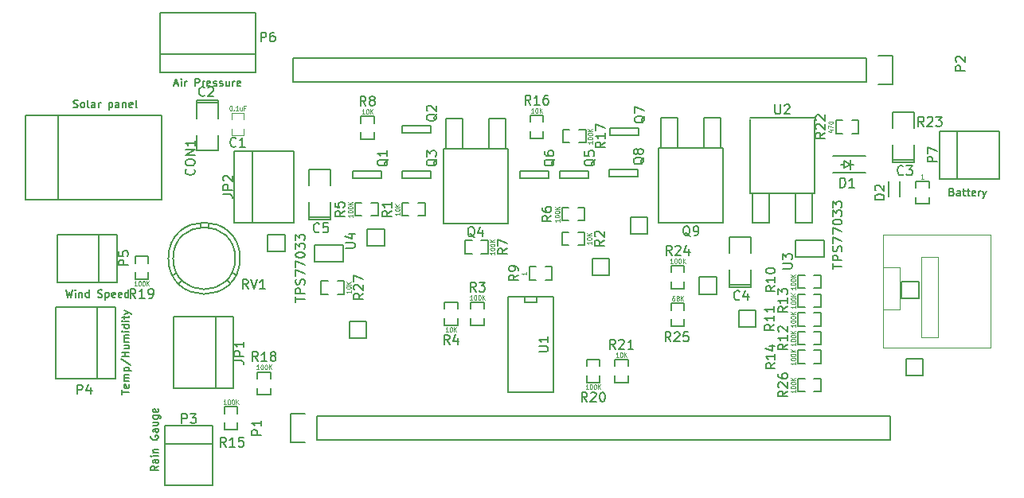
<source format=gto>
G04 #@! TF.FileFunction,Legend,Top*
%FSLAX46Y46*%
G04 Gerber Fmt 4.6, Leading zero omitted, Abs format (unit mm)*
G04 Created by KiCad (PCBNEW 4.0.7-e2-6376~58~ubuntu14.04.1) date Thu Jan 18 16:09:12 2018*
%MOMM*%
%LPD*%
G01*
G04 APERTURE LIST*
%ADD10C,0.100000*%
%ADD11C,0.150000*%
%ADD12C,0.119380*%
%ADD13C,0.127000*%
%ADD14C,0.050000*%
%ADD15C,0.114300*%
G04 APERTURE END LIST*
D10*
D11*
X61747618Y-64923810D02*
X61861904Y-64961905D01*
X62052380Y-64961905D01*
X62128570Y-64923810D01*
X62166666Y-64885714D01*
X62204761Y-64809524D01*
X62204761Y-64733333D01*
X62166666Y-64657143D01*
X62128570Y-64619048D01*
X62052380Y-64580952D01*
X61899999Y-64542857D01*
X61823808Y-64504762D01*
X61785713Y-64466667D01*
X61747618Y-64390476D01*
X61747618Y-64314286D01*
X61785713Y-64238095D01*
X61823808Y-64200000D01*
X61899999Y-64161905D01*
X62090475Y-64161905D01*
X62204761Y-64200000D01*
X62661904Y-64961905D02*
X62585713Y-64923810D01*
X62547618Y-64885714D01*
X62509523Y-64809524D01*
X62509523Y-64580952D01*
X62547618Y-64504762D01*
X62585713Y-64466667D01*
X62661904Y-64428571D01*
X62776190Y-64428571D01*
X62852380Y-64466667D01*
X62890475Y-64504762D01*
X62928571Y-64580952D01*
X62928571Y-64809524D01*
X62890475Y-64885714D01*
X62852380Y-64923810D01*
X62776190Y-64961905D01*
X62661904Y-64961905D01*
X63385714Y-64961905D02*
X63309523Y-64923810D01*
X63271428Y-64847619D01*
X63271428Y-64161905D01*
X64033333Y-64961905D02*
X64033333Y-64542857D01*
X63995238Y-64466667D01*
X63919048Y-64428571D01*
X63766667Y-64428571D01*
X63690476Y-64466667D01*
X64033333Y-64923810D02*
X63957143Y-64961905D01*
X63766667Y-64961905D01*
X63690476Y-64923810D01*
X63652381Y-64847619D01*
X63652381Y-64771429D01*
X63690476Y-64695238D01*
X63766667Y-64657143D01*
X63957143Y-64657143D01*
X64033333Y-64619048D01*
X64414286Y-64961905D02*
X64414286Y-64428571D01*
X64414286Y-64580952D02*
X64452381Y-64504762D01*
X64490477Y-64466667D01*
X64566667Y-64428571D01*
X64642858Y-64428571D01*
X65519048Y-64428571D02*
X65519048Y-65228571D01*
X65519048Y-64466667D02*
X65595239Y-64428571D01*
X65747620Y-64428571D01*
X65823810Y-64466667D01*
X65861905Y-64504762D01*
X65900001Y-64580952D01*
X65900001Y-64809524D01*
X65861905Y-64885714D01*
X65823810Y-64923810D01*
X65747620Y-64961905D01*
X65595239Y-64961905D01*
X65519048Y-64923810D01*
X66585715Y-64961905D02*
X66585715Y-64542857D01*
X66547620Y-64466667D01*
X66471430Y-64428571D01*
X66319049Y-64428571D01*
X66242858Y-64466667D01*
X66585715Y-64923810D02*
X66509525Y-64961905D01*
X66319049Y-64961905D01*
X66242858Y-64923810D01*
X66204763Y-64847619D01*
X66204763Y-64771429D01*
X66242858Y-64695238D01*
X66319049Y-64657143D01*
X66509525Y-64657143D01*
X66585715Y-64619048D01*
X66966668Y-64428571D02*
X66966668Y-64961905D01*
X66966668Y-64504762D02*
X67004763Y-64466667D01*
X67080954Y-64428571D01*
X67195240Y-64428571D01*
X67271430Y-64466667D01*
X67309525Y-64542857D01*
X67309525Y-64961905D01*
X67995240Y-64923810D02*
X67919050Y-64961905D01*
X67766669Y-64961905D01*
X67690478Y-64923810D01*
X67652383Y-64847619D01*
X67652383Y-64542857D01*
X67690478Y-64466667D01*
X67766669Y-64428571D01*
X67919050Y-64428571D01*
X67995240Y-64466667D01*
X68033335Y-64542857D01*
X68033335Y-64619048D01*
X67652383Y-64695238D01*
X68490478Y-64961905D02*
X68414287Y-64923810D01*
X68376192Y-64847619D01*
X68376192Y-64161905D01*
X72476191Y-62433333D02*
X72857143Y-62433333D01*
X72400000Y-62661905D02*
X72666667Y-61861905D01*
X72933334Y-62661905D01*
X73200000Y-62661905D02*
X73200000Y-62128571D01*
X73200000Y-61861905D02*
X73161905Y-61900000D01*
X73200000Y-61938095D01*
X73238095Y-61900000D01*
X73200000Y-61861905D01*
X73200000Y-61938095D01*
X73580952Y-62661905D02*
X73580952Y-62128571D01*
X73580952Y-62280952D02*
X73619047Y-62204762D01*
X73657143Y-62166667D01*
X73733333Y-62128571D01*
X73809524Y-62128571D01*
X74685714Y-62661905D02*
X74685714Y-61861905D01*
X74990476Y-61861905D01*
X75066667Y-61900000D01*
X75104762Y-61938095D01*
X75142857Y-62014286D01*
X75142857Y-62128571D01*
X75104762Y-62204762D01*
X75066667Y-62242857D01*
X74990476Y-62280952D01*
X74685714Y-62280952D01*
X75485714Y-62661905D02*
X75485714Y-62128571D01*
X75485714Y-62280952D02*
X75523809Y-62204762D01*
X75561905Y-62166667D01*
X75638095Y-62128571D01*
X75714286Y-62128571D01*
X76285714Y-62623810D02*
X76209524Y-62661905D01*
X76057143Y-62661905D01*
X75980952Y-62623810D01*
X75942857Y-62547619D01*
X75942857Y-62242857D01*
X75980952Y-62166667D01*
X76057143Y-62128571D01*
X76209524Y-62128571D01*
X76285714Y-62166667D01*
X76323809Y-62242857D01*
X76323809Y-62319048D01*
X75942857Y-62395238D01*
X76628571Y-62623810D02*
X76704761Y-62661905D01*
X76857142Y-62661905D01*
X76933333Y-62623810D01*
X76971428Y-62547619D01*
X76971428Y-62509524D01*
X76933333Y-62433333D01*
X76857142Y-62395238D01*
X76742857Y-62395238D01*
X76666666Y-62357143D01*
X76628571Y-62280952D01*
X76628571Y-62242857D01*
X76666666Y-62166667D01*
X76742857Y-62128571D01*
X76857142Y-62128571D01*
X76933333Y-62166667D01*
X77276190Y-62623810D02*
X77352380Y-62661905D01*
X77504761Y-62661905D01*
X77580952Y-62623810D01*
X77619047Y-62547619D01*
X77619047Y-62509524D01*
X77580952Y-62433333D01*
X77504761Y-62395238D01*
X77390476Y-62395238D01*
X77314285Y-62357143D01*
X77276190Y-62280952D01*
X77276190Y-62242857D01*
X77314285Y-62166667D01*
X77390476Y-62128571D01*
X77504761Y-62128571D01*
X77580952Y-62166667D01*
X78304761Y-62128571D02*
X78304761Y-62661905D01*
X77961904Y-62128571D02*
X77961904Y-62547619D01*
X77999999Y-62623810D01*
X78076190Y-62661905D01*
X78190476Y-62661905D01*
X78266666Y-62623810D01*
X78304761Y-62585714D01*
X78685714Y-62661905D02*
X78685714Y-62128571D01*
X78685714Y-62280952D02*
X78723809Y-62204762D01*
X78761905Y-62166667D01*
X78838095Y-62128571D01*
X78914286Y-62128571D01*
X79485714Y-62623810D02*
X79409524Y-62661905D01*
X79257143Y-62661905D01*
X79180952Y-62623810D01*
X79142857Y-62547619D01*
X79142857Y-62242857D01*
X79180952Y-62166667D01*
X79257143Y-62128571D01*
X79409524Y-62128571D01*
X79485714Y-62166667D01*
X79523809Y-62242857D01*
X79523809Y-62319048D01*
X79142857Y-62395238D01*
X155142857Y-73942857D02*
X155257143Y-73980952D01*
X155295238Y-74019048D01*
X155333333Y-74095238D01*
X155333333Y-74209524D01*
X155295238Y-74285714D01*
X155257143Y-74323810D01*
X155180952Y-74361905D01*
X154876190Y-74361905D01*
X154876190Y-73561905D01*
X155142857Y-73561905D01*
X155219047Y-73600000D01*
X155257143Y-73638095D01*
X155295238Y-73714286D01*
X155295238Y-73790476D01*
X155257143Y-73866667D01*
X155219047Y-73904762D01*
X155142857Y-73942857D01*
X154876190Y-73942857D01*
X156019047Y-74361905D02*
X156019047Y-73942857D01*
X155980952Y-73866667D01*
X155904762Y-73828571D01*
X155752381Y-73828571D01*
X155676190Y-73866667D01*
X156019047Y-74323810D02*
X155942857Y-74361905D01*
X155752381Y-74361905D01*
X155676190Y-74323810D01*
X155638095Y-74247619D01*
X155638095Y-74171429D01*
X155676190Y-74095238D01*
X155752381Y-74057143D01*
X155942857Y-74057143D01*
X156019047Y-74019048D01*
X156285714Y-73828571D02*
X156590476Y-73828571D01*
X156400000Y-73561905D02*
X156400000Y-74247619D01*
X156438095Y-74323810D01*
X156514286Y-74361905D01*
X156590476Y-74361905D01*
X156742857Y-73828571D02*
X157047619Y-73828571D01*
X156857143Y-73561905D02*
X156857143Y-74247619D01*
X156895238Y-74323810D01*
X156971429Y-74361905D01*
X157047619Y-74361905D01*
X157619048Y-74323810D02*
X157542858Y-74361905D01*
X157390477Y-74361905D01*
X157314286Y-74323810D01*
X157276191Y-74247619D01*
X157276191Y-73942857D01*
X157314286Y-73866667D01*
X157390477Y-73828571D01*
X157542858Y-73828571D01*
X157619048Y-73866667D01*
X157657143Y-73942857D01*
X157657143Y-74019048D01*
X157276191Y-74095238D01*
X158000000Y-74361905D02*
X158000000Y-73828571D01*
X158000000Y-73980952D02*
X158038095Y-73904762D01*
X158076191Y-73866667D01*
X158152381Y-73828571D01*
X158228572Y-73828571D01*
X158419048Y-73828571D02*
X158609524Y-74361905D01*
X158800000Y-73828571D02*
X158609524Y-74361905D01*
X158533333Y-74552381D01*
X158495238Y-74590476D01*
X158419048Y-74628571D01*
X70761905Y-103100001D02*
X70380952Y-103366668D01*
X70761905Y-103557144D02*
X69961905Y-103557144D01*
X69961905Y-103252382D01*
X70000000Y-103176191D01*
X70038095Y-103138096D01*
X70114286Y-103100001D01*
X70228571Y-103100001D01*
X70304762Y-103138096D01*
X70342857Y-103176191D01*
X70380952Y-103252382D01*
X70380952Y-103557144D01*
X70761905Y-102414287D02*
X70342857Y-102414287D01*
X70266667Y-102452382D01*
X70228571Y-102528572D01*
X70228571Y-102680953D01*
X70266667Y-102757144D01*
X70723810Y-102414287D02*
X70761905Y-102490477D01*
X70761905Y-102680953D01*
X70723810Y-102757144D01*
X70647619Y-102795239D01*
X70571429Y-102795239D01*
X70495238Y-102757144D01*
X70457143Y-102680953D01*
X70457143Y-102490477D01*
X70419048Y-102414287D01*
X70761905Y-102033334D02*
X70228571Y-102033334D01*
X69961905Y-102033334D02*
X70000000Y-102071429D01*
X70038095Y-102033334D01*
X70000000Y-101995239D01*
X69961905Y-102033334D01*
X70038095Y-102033334D01*
X70228571Y-101652382D02*
X70761905Y-101652382D01*
X70304762Y-101652382D02*
X70266667Y-101614287D01*
X70228571Y-101538096D01*
X70228571Y-101423810D01*
X70266667Y-101347620D01*
X70342857Y-101309525D01*
X70761905Y-101309525D01*
X70000000Y-99900000D02*
X69961905Y-99976191D01*
X69961905Y-100090476D01*
X70000000Y-100204762D01*
X70076190Y-100280953D01*
X70152381Y-100319048D01*
X70304762Y-100357143D01*
X70419048Y-100357143D01*
X70571429Y-100319048D01*
X70647619Y-100280953D01*
X70723810Y-100204762D01*
X70761905Y-100090476D01*
X70761905Y-100014286D01*
X70723810Y-99900000D01*
X70685714Y-99861905D01*
X70419048Y-99861905D01*
X70419048Y-100014286D01*
X70761905Y-99176191D02*
X70342857Y-99176191D01*
X70266667Y-99214286D01*
X70228571Y-99290476D01*
X70228571Y-99442857D01*
X70266667Y-99519048D01*
X70723810Y-99176191D02*
X70761905Y-99252381D01*
X70761905Y-99442857D01*
X70723810Y-99519048D01*
X70647619Y-99557143D01*
X70571429Y-99557143D01*
X70495238Y-99519048D01*
X70457143Y-99442857D01*
X70457143Y-99252381D01*
X70419048Y-99176191D01*
X70228571Y-98452381D02*
X70761905Y-98452381D01*
X70228571Y-98795238D02*
X70647619Y-98795238D01*
X70723810Y-98757143D01*
X70761905Y-98680952D01*
X70761905Y-98566666D01*
X70723810Y-98490476D01*
X70685714Y-98452381D01*
X70228571Y-97728571D02*
X70876190Y-97728571D01*
X70952381Y-97766666D01*
X70990476Y-97804761D01*
X71028571Y-97880952D01*
X71028571Y-97995237D01*
X70990476Y-98071428D01*
X70723810Y-97728571D02*
X70761905Y-97804761D01*
X70761905Y-97957142D01*
X70723810Y-98033333D01*
X70685714Y-98071428D01*
X70609524Y-98109523D01*
X70380952Y-98109523D01*
X70304762Y-98071428D01*
X70266667Y-98033333D01*
X70228571Y-97957142D01*
X70228571Y-97804761D01*
X70266667Y-97728571D01*
X70723810Y-97042856D02*
X70761905Y-97119046D01*
X70761905Y-97271427D01*
X70723810Y-97347618D01*
X70647619Y-97385713D01*
X70342857Y-97385713D01*
X70266667Y-97347618D01*
X70228571Y-97271427D01*
X70228571Y-97119046D01*
X70266667Y-97042856D01*
X70342857Y-97004761D01*
X70419048Y-97004761D01*
X70495238Y-97385713D01*
X66861905Y-95476191D02*
X66861905Y-95019048D01*
X67661905Y-95247619D02*
X66861905Y-95247619D01*
X67623810Y-94447619D02*
X67661905Y-94523809D01*
X67661905Y-94676190D01*
X67623810Y-94752381D01*
X67547619Y-94790476D01*
X67242857Y-94790476D01*
X67166667Y-94752381D01*
X67128571Y-94676190D01*
X67128571Y-94523809D01*
X67166667Y-94447619D01*
X67242857Y-94409524D01*
X67319048Y-94409524D01*
X67395238Y-94790476D01*
X67661905Y-94066667D02*
X67128571Y-94066667D01*
X67204762Y-94066667D02*
X67166667Y-94028572D01*
X67128571Y-93952381D01*
X67128571Y-93838095D01*
X67166667Y-93761905D01*
X67242857Y-93723810D01*
X67661905Y-93723810D01*
X67242857Y-93723810D02*
X67166667Y-93685714D01*
X67128571Y-93609524D01*
X67128571Y-93495238D01*
X67166667Y-93419048D01*
X67242857Y-93380953D01*
X67661905Y-93380953D01*
X67128571Y-93000000D02*
X67928571Y-93000000D01*
X67166667Y-93000000D02*
X67128571Y-92923809D01*
X67128571Y-92771428D01*
X67166667Y-92695238D01*
X67204762Y-92657143D01*
X67280952Y-92619047D01*
X67509524Y-92619047D01*
X67585714Y-92657143D01*
X67623810Y-92695238D01*
X67661905Y-92771428D01*
X67661905Y-92923809D01*
X67623810Y-93000000D01*
X66823810Y-91704761D02*
X67852381Y-92390476D01*
X67661905Y-91438095D02*
X66861905Y-91438095D01*
X67242857Y-91438095D02*
X67242857Y-90980952D01*
X67661905Y-90980952D02*
X66861905Y-90980952D01*
X67128571Y-90257143D02*
X67661905Y-90257143D01*
X67128571Y-90600000D02*
X67547619Y-90600000D01*
X67623810Y-90561905D01*
X67661905Y-90485714D01*
X67661905Y-90371428D01*
X67623810Y-90295238D01*
X67585714Y-90257143D01*
X67661905Y-89876190D02*
X67128571Y-89876190D01*
X67204762Y-89876190D02*
X67166667Y-89838095D01*
X67128571Y-89761904D01*
X67128571Y-89647618D01*
X67166667Y-89571428D01*
X67242857Y-89533333D01*
X67661905Y-89533333D01*
X67242857Y-89533333D02*
X67166667Y-89495237D01*
X67128571Y-89419047D01*
X67128571Y-89304761D01*
X67166667Y-89228571D01*
X67242857Y-89190476D01*
X67661905Y-89190476D01*
X67661905Y-88809523D02*
X67128571Y-88809523D01*
X66861905Y-88809523D02*
X66900000Y-88847618D01*
X66938095Y-88809523D01*
X66900000Y-88771428D01*
X66861905Y-88809523D01*
X66938095Y-88809523D01*
X67661905Y-88085714D02*
X66861905Y-88085714D01*
X67623810Y-88085714D02*
X67661905Y-88161904D01*
X67661905Y-88314285D01*
X67623810Y-88390476D01*
X67585714Y-88428571D01*
X67509524Y-88466666D01*
X67280952Y-88466666D01*
X67204762Y-88428571D01*
X67166667Y-88390476D01*
X67128571Y-88314285D01*
X67128571Y-88161904D01*
X67166667Y-88085714D01*
X67661905Y-87704761D02*
X67128571Y-87704761D01*
X66861905Y-87704761D02*
X66900000Y-87742856D01*
X66938095Y-87704761D01*
X66900000Y-87666666D01*
X66861905Y-87704761D01*
X66938095Y-87704761D01*
X67128571Y-87438095D02*
X67128571Y-87133333D01*
X66861905Y-87323809D02*
X67547619Y-87323809D01*
X67623810Y-87285714D01*
X67661905Y-87209523D01*
X67661905Y-87133333D01*
X67128571Y-86942856D02*
X67661905Y-86752380D01*
X67128571Y-86561904D02*
X67661905Y-86752380D01*
X67852381Y-86828571D01*
X67890476Y-86866666D01*
X67928571Y-86942856D01*
X60947619Y-84361905D02*
X61138095Y-85161905D01*
X61290476Y-84590476D01*
X61442857Y-85161905D01*
X61633333Y-84361905D01*
X61938095Y-85161905D02*
X61938095Y-84628571D01*
X61938095Y-84361905D02*
X61900000Y-84400000D01*
X61938095Y-84438095D01*
X61976190Y-84400000D01*
X61938095Y-84361905D01*
X61938095Y-84438095D01*
X62319047Y-84628571D02*
X62319047Y-85161905D01*
X62319047Y-84704762D02*
X62357142Y-84666667D01*
X62433333Y-84628571D01*
X62547619Y-84628571D01*
X62623809Y-84666667D01*
X62661904Y-84742857D01*
X62661904Y-85161905D01*
X63385714Y-85161905D02*
X63385714Y-84361905D01*
X63385714Y-85123810D02*
X63309524Y-85161905D01*
X63157143Y-85161905D01*
X63080952Y-85123810D01*
X63042857Y-85085714D01*
X63004762Y-85009524D01*
X63004762Y-84780952D01*
X63042857Y-84704762D01*
X63080952Y-84666667D01*
X63157143Y-84628571D01*
X63309524Y-84628571D01*
X63385714Y-84666667D01*
X64338096Y-85123810D02*
X64452382Y-85161905D01*
X64642858Y-85161905D01*
X64719048Y-85123810D01*
X64757144Y-85085714D01*
X64795239Y-85009524D01*
X64795239Y-84933333D01*
X64757144Y-84857143D01*
X64719048Y-84819048D01*
X64642858Y-84780952D01*
X64490477Y-84742857D01*
X64414286Y-84704762D01*
X64376191Y-84666667D01*
X64338096Y-84590476D01*
X64338096Y-84514286D01*
X64376191Y-84438095D01*
X64414286Y-84400000D01*
X64490477Y-84361905D01*
X64680953Y-84361905D01*
X64795239Y-84400000D01*
X65138096Y-84628571D02*
X65138096Y-85428571D01*
X65138096Y-84666667D02*
X65214287Y-84628571D01*
X65366668Y-84628571D01*
X65442858Y-84666667D01*
X65480953Y-84704762D01*
X65519049Y-84780952D01*
X65519049Y-85009524D01*
X65480953Y-85085714D01*
X65442858Y-85123810D01*
X65366668Y-85161905D01*
X65214287Y-85161905D01*
X65138096Y-85123810D01*
X66166668Y-85123810D02*
X66090478Y-85161905D01*
X65938097Y-85161905D01*
X65861906Y-85123810D01*
X65823811Y-85047619D01*
X65823811Y-84742857D01*
X65861906Y-84666667D01*
X65938097Y-84628571D01*
X66090478Y-84628571D01*
X66166668Y-84666667D01*
X66204763Y-84742857D01*
X66204763Y-84819048D01*
X65823811Y-84895238D01*
X66852382Y-85123810D02*
X66776192Y-85161905D01*
X66623811Y-85161905D01*
X66547620Y-85123810D01*
X66509525Y-85047619D01*
X66509525Y-84742857D01*
X66547620Y-84666667D01*
X66623811Y-84628571D01*
X66776192Y-84628571D01*
X66852382Y-84666667D01*
X66890477Y-84742857D01*
X66890477Y-84819048D01*
X66509525Y-84895238D01*
X67576191Y-85161905D02*
X67576191Y-84361905D01*
X67576191Y-85123810D02*
X67500001Y-85161905D01*
X67347620Y-85161905D01*
X67271429Y-85123810D01*
X67233334Y-85085714D01*
X67195239Y-85009524D01*
X67195239Y-84780952D01*
X67233334Y-84704762D01*
X67271429Y-84666667D01*
X67347620Y-84628571D01*
X67500001Y-84628571D01*
X67576191Y-84666667D01*
D12*
X78549760Y-67200380D02*
X78549760Y-67898880D01*
X78549760Y-66199620D02*
X78549760Y-65501120D01*
X79850240Y-67200380D02*
X79850240Y-67898880D01*
X79850240Y-65501120D02*
X79850240Y-66199620D01*
X79835000Y-67898880D02*
X78565000Y-67898880D01*
X78565000Y-65501120D02*
X79835000Y-65501120D01*
D13*
X77143000Y-64460000D02*
X77143000Y-64206000D01*
X77143000Y-64206000D02*
X74857000Y-64206000D01*
X74857000Y-64206000D02*
X74857000Y-64460000D01*
X77143000Y-64460000D02*
X74857000Y-64460000D01*
X74857000Y-64460000D02*
X74857000Y-66111000D01*
X77143000Y-67889000D02*
X77143000Y-69540000D01*
X77143000Y-69540000D02*
X74857000Y-69540000D01*
X74857000Y-69540000D02*
X74857000Y-67889000D01*
X77143000Y-66111000D02*
X77143000Y-64460000D01*
X148857000Y-70540000D02*
X148857000Y-70794000D01*
X148857000Y-70794000D02*
X151143000Y-70794000D01*
X151143000Y-70794000D02*
X151143000Y-70540000D01*
X148857000Y-70540000D02*
X151143000Y-70540000D01*
X151143000Y-70540000D02*
X151143000Y-68889000D01*
X148857000Y-67111000D02*
X148857000Y-65460000D01*
X148857000Y-65460000D02*
X151143000Y-65460000D01*
X151143000Y-65460000D02*
X151143000Y-67111000D01*
X148857000Y-68889000D02*
X148857000Y-70540000D01*
X131457000Y-83840000D02*
X131457000Y-84094000D01*
X131457000Y-84094000D02*
X133743000Y-84094000D01*
X133743000Y-84094000D02*
X133743000Y-83840000D01*
X131457000Y-83840000D02*
X133743000Y-83840000D01*
X133743000Y-83840000D02*
X133743000Y-82189000D01*
X131457000Y-80411000D02*
X131457000Y-78760000D01*
X131457000Y-78760000D02*
X133743000Y-78760000D01*
X133743000Y-78760000D02*
X133743000Y-80411000D01*
X131457000Y-82189000D02*
X131457000Y-83840000D01*
D11*
X60099500Y-65799120D02*
X60099500Y-74800880D01*
X56599380Y-65799120D02*
X56599380Y-74800880D01*
X56599380Y-74800880D02*
X71100240Y-74800880D01*
X71100240Y-74800880D02*
X71100240Y-65799120D01*
X71100240Y-65799120D02*
X56599380Y-65799120D01*
X143682500Y-71000000D02*
X143301500Y-71000000D01*
X144698500Y-71000000D02*
X144317500Y-71000000D01*
X144317500Y-71000000D02*
X143682500Y-71381000D01*
X143682500Y-71381000D02*
X143682500Y-70619000D01*
X143682500Y-70619000D02*
X144317500Y-71000000D01*
X144317500Y-71508000D02*
X144317500Y-70492000D01*
X146000000Y-70100000D02*
X142460000Y-70100000D01*
X146000000Y-71900000D02*
X142460000Y-71900000D01*
X149600000Y-74400000D02*
X149600000Y-72850000D01*
X148400000Y-74400000D02*
X148400000Y-72850000D01*
X78775000Y-87190000D02*
X72425000Y-87190000D01*
X78775000Y-94810000D02*
X72425000Y-94810000D01*
X76870000Y-94810000D02*
X76870000Y-87190000D01*
X78775000Y-87190000D02*
X78775000Y-94810000D01*
X72425000Y-94810000D02*
X72425000Y-87190000D01*
X87630000Y-100330000D02*
X148590000Y-100330000D01*
X148590000Y-100330000D02*
X148590000Y-97790000D01*
X148590000Y-97790000D02*
X87630000Y-97790000D01*
X84810000Y-97510000D02*
X86360000Y-97510000D01*
X87630000Y-97790000D02*
X87630000Y-100330000D01*
X86360000Y-100610000D02*
X84810000Y-100610000D01*
X84810000Y-100610000D02*
X84810000Y-97510000D01*
X146050000Y-59690000D02*
X85090000Y-59690000D01*
X85090000Y-59690000D02*
X85090000Y-62230000D01*
X85090000Y-62230000D02*
X146050000Y-62230000D01*
X148870000Y-62510000D02*
X147320000Y-62510000D01*
X146050000Y-62230000D02*
X146050000Y-59690000D01*
X147320000Y-59410000D02*
X148870000Y-59410000D01*
X148870000Y-59410000D02*
X148870000Y-62510000D01*
X76540000Y-100730000D02*
X71460000Y-100730000D01*
X76540000Y-105175000D02*
X71460000Y-105175000D01*
X71460000Y-98825000D02*
X76540000Y-98825000D01*
X71460000Y-98825000D02*
X71460000Y-105175000D01*
X76540000Y-98825000D02*
X76540000Y-105175000D01*
X66175000Y-86190000D02*
X59825000Y-86190000D01*
X66175000Y-93810000D02*
X59825000Y-93810000D01*
X64270000Y-93810000D02*
X64270000Y-86190000D01*
X66175000Y-86190000D02*
X66175000Y-93810000D01*
X59825000Y-93810000D02*
X59825000Y-86190000D01*
X64470000Y-83540000D02*
X64470000Y-78460000D01*
X60025000Y-83540000D02*
X60025000Y-78460000D01*
X66375000Y-78460000D02*
X66375000Y-83540000D01*
X66375000Y-78460000D02*
X60025000Y-78460000D01*
X66375000Y-83540000D02*
X60025000Y-83540000D01*
X81080000Y-54825000D02*
X70920000Y-54825000D01*
X81080000Y-59270000D02*
X70920000Y-59270000D01*
X81080000Y-61175000D02*
X70920000Y-61175000D01*
X81080000Y-61175000D02*
X81080000Y-54825000D01*
X70920000Y-61175000D02*
X70920000Y-54825000D01*
X155730000Y-67460000D02*
X155730000Y-72540000D01*
X160175000Y-67460000D02*
X160175000Y-72540000D01*
X153825000Y-72540000D02*
X153825000Y-67460000D01*
X153825000Y-72540000D02*
X160175000Y-72540000D01*
X153825000Y-67460000D02*
X160175000Y-67460000D01*
D13*
X94524000Y-72481000D02*
X91476000Y-72481000D01*
X91476000Y-72481000D02*
X91476000Y-71719000D01*
X91476000Y-71719000D02*
X94524000Y-71719000D01*
X94524000Y-71719000D02*
X94524000Y-72481000D01*
X99724000Y-67681000D02*
X96676000Y-67681000D01*
X96676000Y-67681000D02*
X96676000Y-66919000D01*
X96676000Y-66919000D02*
X99724000Y-66919000D01*
X99724000Y-66919000D02*
X99724000Y-67681000D01*
X99724000Y-72481000D02*
X96676000Y-72481000D01*
X96676000Y-72481000D02*
X96676000Y-71719000D01*
X96676000Y-71719000D02*
X99724000Y-71719000D01*
X99724000Y-71719000D02*
X99724000Y-72481000D01*
D11*
X103103000Y-69324000D02*
X103103000Y-66149000D01*
X103103000Y-66149000D02*
X101325000Y-66149000D01*
X101325000Y-66149000D02*
X101325000Y-69324000D01*
X107675000Y-69324000D02*
X107675000Y-66149000D01*
X107675000Y-66149000D02*
X105897000Y-66149000D01*
X105897000Y-66149000D02*
X105897000Y-69324000D01*
X101071000Y-75420000D02*
X101071000Y-69324000D01*
X101071000Y-69324000D02*
X107929000Y-69324000D01*
X107929000Y-69324000D02*
X107929000Y-77198000D01*
X107929000Y-77325000D02*
X101071000Y-77325000D01*
X101071000Y-77198000D02*
X101071000Y-75420000D01*
D13*
X116524000Y-72481000D02*
X113476000Y-72481000D01*
X113476000Y-72481000D02*
X113476000Y-71719000D01*
X113476000Y-71719000D02*
X116524000Y-71719000D01*
X116524000Y-71719000D02*
X116524000Y-72481000D01*
X112224000Y-72481000D02*
X109176000Y-72481000D01*
X109176000Y-72481000D02*
X109176000Y-71719000D01*
X109176000Y-71719000D02*
X112224000Y-71719000D01*
X112224000Y-71719000D02*
X112224000Y-72481000D01*
X121824000Y-67881000D02*
X118776000Y-67881000D01*
X118776000Y-67881000D02*
X118776000Y-67119000D01*
X118776000Y-67119000D02*
X121824000Y-67119000D01*
X121824000Y-67119000D02*
X121824000Y-67881000D01*
X121724000Y-72281000D02*
X118676000Y-72281000D01*
X118676000Y-72281000D02*
X118676000Y-71519000D01*
X118676000Y-71519000D02*
X121724000Y-71519000D01*
X121724000Y-71519000D02*
X121724000Y-72281000D01*
D11*
X126003000Y-69224000D02*
X126003000Y-66049000D01*
X126003000Y-66049000D02*
X124225000Y-66049000D01*
X124225000Y-66049000D02*
X124225000Y-69224000D01*
X130575000Y-69224000D02*
X130575000Y-66049000D01*
X130575000Y-66049000D02*
X128797000Y-66049000D01*
X128797000Y-66049000D02*
X128797000Y-69224000D01*
X123971000Y-75320000D02*
X123971000Y-69224000D01*
X123971000Y-69224000D02*
X130829000Y-69224000D01*
X130829000Y-69224000D02*
X130829000Y-77098000D01*
X130829000Y-77225000D02*
X123971000Y-77225000D01*
X123971000Y-77098000D02*
X123971000Y-75320000D01*
D13*
X97399620Y-75101500D02*
X96693500Y-75101500D01*
X96693500Y-75101500D02*
X96693500Y-76498500D01*
X96693500Y-76498500D02*
X97399620Y-76498500D01*
X99106500Y-75101500D02*
X98400380Y-75101500D01*
X99106500Y-75101500D02*
X99106500Y-76498500D01*
X99106500Y-76498500D02*
X98400380Y-76498500D01*
X115400380Y-79598500D02*
X116106500Y-79598500D01*
X116106500Y-79598500D02*
X116106500Y-78201500D01*
X116106500Y-78201500D02*
X115400380Y-78201500D01*
X113693500Y-79598500D02*
X114399620Y-79598500D01*
X113693500Y-79598500D02*
X113693500Y-78201500D01*
X113693500Y-78201500D02*
X114399620Y-78201500D01*
X105398500Y-86399620D02*
X105398500Y-85693500D01*
X105398500Y-85693500D02*
X104001500Y-85693500D01*
X104001500Y-85693500D02*
X104001500Y-86399620D01*
X105398500Y-88106500D02*
X105398500Y-87400380D01*
X105398500Y-88106500D02*
X104001500Y-88106500D01*
X104001500Y-88106500D02*
X104001500Y-87400380D01*
X101201500Y-87400380D02*
X101201500Y-88106500D01*
X101201500Y-88106500D02*
X102598500Y-88106500D01*
X102598500Y-88106500D02*
X102598500Y-87400380D01*
X101201500Y-85693500D02*
X101201500Y-86399620D01*
X101201500Y-85693500D02*
X102598500Y-85693500D01*
X102598500Y-85693500D02*
X102598500Y-86399620D01*
X92399620Y-75101500D02*
X91693500Y-75101500D01*
X91693500Y-75101500D02*
X91693500Y-76498500D01*
X91693500Y-76498500D02*
X92399620Y-76498500D01*
X94106500Y-75101500D02*
X93400380Y-75101500D01*
X94106500Y-75101500D02*
X94106500Y-76498500D01*
X94106500Y-76498500D02*
X93400380Y-76498500D01*
X114399620Y-75601500D02*
X113693500Y-75601500D01*
X113693500Y-75601500D02*
X113693500Y-76998500D01*
X113693500Y-76998500D02*
X114399620Y-76998500D01*
X116106500Y-75601500D02*
X115400380Y-75601500D01*
X116106500Y-75601500D02*
X116106500Y-76998500D01*
X116106500Y-76998500D02*
X115400380Y-76998500D01*
X105100380Y-80498500D02*
X105806500Y-80498500D01*
X105806500Y-80498500D02*
X105806500Y-79101500D01*
X105806500Y-79101500D02*
X105100380Y-79101500D01*
X103393500Y-80498500D02*
X104099620Y-80498500D01*
X103393500Y-80498500D02*
X103393500Y-79101500D01*
X103393500Y-79101500D02*
X104099620Y-79101500D01*
X93698500Y-66599620D02*
X93698500Y-65893500D01*
X93698500Y-65893500D02*
X92301500Y-65893500D01*
X92301500Y-65893500D02*
X92301500Y-66599620D01*
X93698500Y-68306500D02*
X93698500Y-67600380D01*
X93698500Y-68306500D02*
X92301500Y-68306500D01*
X92301500Y-68306500D02*
X92301500Y-67600380D01*
X110899620Y-81901500D02*
X110193500Y-81901500D01*
X110193500Y-81901500D02*
X110193500Y-83298500D01*
X110193500Y-83298500D02*
X110899620Y-83298500D01*
X112606500Y-81901500D02*
X111900380Y-81901500D01*
X112606500Y-81901500D02*
X112606500Y-83298500D01*
X112606500Y-83298500D02*
X111900380Y-83298500D01*
X139499620Y-82801500D02*
X138793500Y-82801500D01*
X138793500Y-82801500D02*
X138793500Y-84198500D01*
X138793500Y-84198500D02*
X139499620Y-84198500D01*
X141206500Y-82801500D02*
X140500380Y-82801500D01*
X141206500Y-82801500D02*
X141206500Y-84198500D01*
X141206500Y-84198500D02*
X140500380Y-84198500D01*
X139499620Y-86801500D02*
X138793500Y-86801500D01*
X138793500Y-86801500D02*
X138793500Y-88198500D01*
X138793500Y-88198500D02*
X139499620Y-88198500D01*
X141206500Y-86801500D02*
X140500380Y-86801500D01*
X141206500Y-86801500D02*
X141206500Y-88198500D01*
X141206500Y-88198500D02*
X140500380Y-88198500D01*
X139499620Y-88801500D02*
X138793500Y-88801500D01*
X138793500Y-88801500D02*
X138793500Y-90198500D01*
X138793500Y-90198500D02*
X139499620Y-90198500D01*
X141206500Y-88801500D02*
X140500380Y-88801500D01*
X141206500Y-88801500D02*
X141206500Y-90198500D01*
X141206500Y-90198500D02*
X140500380Y-90198500D01*
X139499620Y-84801500D02*
X138793500Y-84801500D01*
X138793500Y-84801500D02*
X138793500Y-86198500D01*
X138793500Y-86198500D02*
X139499620Y-86198500D01*
X141206500Y-84801500D02*
X140500380Y-84801500D01*
X141206500Y-84801500D02*
X141206500Y-86198500D01*
X141206500Y-86198500D02*
X140500380Y-86198500D01*
X139499620Y-90801500D02*
X138793500Y-90801500D01*
X138793500Y-90801500D02*
X138793500Y-92198500D01*
X138793500Y-92198500D02*
X139499620Y-92198500D01*
X141206500Y-90801500D02*
X140500380Y-90801500D01*
X141206500Y-90801500D02*
X141206500Y-92198500D01*
X141206500Y-92198500D02*
X140500380Y-92198500D01*
X79198500Y-97499620D02*
X79198500Y-96793500D01*
X79198500Y-96793500D02*
X77801500Y-96793500D01*
X77801500Y-96793500D02*
X77801500Y-97499620D01*
X79198500Y-99206500D02*
X79198500Y-98500380D01*
X79198500Y-99206500D02*
X77801500Y-99206500D01*
X77801500Y-99206500D02*
X77801500Y-98500380D01*
X111698500Y-66499620D02*
X111698500Y-65793500D01*
X111698500Y-65793500D02*
X110301500Y-65793500D01*
X110301500Y-65793500D02*
X110301500Y-66499620D01*
X111698500Y-68206500D02*
X111698500Y-67500380D01*
X111698500Y-68206500D02*
X110301500Y-68206500D01*
X110301500Y-68206500D02*
X110301500Y-67500380D01*
X115500380Y-68698500D02*
X116206500Y-68698500D01*
X116206500Y-68698500D02*
X116206500Y-67301500D01*
X116206500Y-67301500D02*
X115500380Y-67301500D01*
X113793500Y-68698500D02*
X114499620Y-68698500D01*
X113793500Y-68698500D02*
X113793500Y-67301500D01*
X113793500Y-67301500D02*
X114499620Y-67301500D01*
X82698500Y-93799620D02*
X82698500Y-93093500D01*
X82698500Y-93093500D02*
X81301500Y-93093500D01*
X81301500Y-93093500D02*
X81301500Y-93799620D01*
X82698500Y-95506500D02*
X82698500Y-94800380D01*
X82698500Y-95506500D02*
X81301500Y-95506500D01*
X81301500Y-95506500D02*
X81301500Y-94800380D01*
X68301500Y-82500380D02*
X68301500Y-83206500D01*
X68301500Y-83206500D02*
X69698500Y-83206500D01*
X69698500Y-83206500D02*
X69698500Y-82500380D01*
X68301500Y-80793500D02*
X68301500Y-81499620D01*
X68301500Y-80793500D02*
X69698500Y-80793500D01*
X69698500Y-80793500D02*
X69698500Y-81499620D01*
X116301500Y-93500380D02*
X116301500Y-94206500D01*
X116301500Y-94206500D02*
X117698500Y-94206500D01*
X117698500Y-94206500D02*
X117698500Y-93500380D01*
X116301500Y-91793500D02*
X116301500Y-92499620D01*
X116301500Y-91793500D02*
X117698500Y-91793500D01*
X117698500Y-91793500D02*
X117698500Y-92499620D01*
D11*
X138497000Y-74076000D02*
X138497000Y-77251000D01*
X138497000Y-77251000D02*
X140275000Y-77251000D01*
X140275000Y-77251000D02*
X140275000Y-74076000D01*
X133925000Y-74076000D02*
X133925000Y-77251000D01*
X133925000Y-77251000D02*
X135703000Y-77251000D01*
X135703000Y-77251000D02*
X135703000Y-74076000D01*
X140529000Y-67980000D02*
X140529000Y-74076000D01*
X140529000Y-74076000D02*
X133671000Y-74076000D01*
X133671000Y-74076000D02*
X133671000Y-66202000D01*
X133671000Y-66075000D02*
X140529000Y-66075000D01*
X140529000Y-66202000D02*
X140529000Y-67980000D01*
D13*
X138476000Y-80889000D02*
X138476000Y-79111000D01*
X138476000Y-79111000D02*
X141524000Y-79111000D01*
X141524000Y-79111000D02*
X141524000Y-80889000D01*
X141524000Y-80889000D02*
X138476000Y-80889000D01*
X120698500Y-92499620D02*
X120698500Y-91793500D01*
X120698500Y-91793500D02*
X119301500Y-91793500D01*
X119301500Y-91793500D02*
X119301500Y-92499620D01*
X120698500Y-94206500D02*
X120698500Y-93500380D01*
X120698500Y-94206500D02*
X119301500Y-94206500D01*
X119301500Y-94206500D02*
X119301500Y-93500380D01*
X143499620Y-66301500D02*
X142793500Y-66301500D01*
X142793500Y-66301500D02*
X142793500Y-67698500D01*
X142793500Y-67698500D02*
X143499620Y-67698500D01*
X145206500Y-66301500D02*
X144500380Y-66301500D01*
X145206500Y-66301500D02*
X145206500Y-67698500D01*
X145206500Y-67698500D02*
X144500380Y-67698500D01*
X152698500Y-73499620D02*
X152698500Y-72793500D01*
X152698500Y-72793500D02*
X151301500Y-72793500D01*
X151301500Y-72793500D02*
X151301500Y-73499620D01*
X152698500Y-75206500D02*
X152698500Y-74500380D01*
X152698500Y-75206500D02*
X151301500Y-75206500D01*
X151301500Y-75206500D02*
X151301500Y-74500380D01*
X126698500Y-82499620D02*
X126698500Y-81793500D01*
X126698500Y-81793500D02*
X125301500Y-81793500D01*
X125301500Y-81793500D02*
X125301500Y-82499620D01*
X126698500Y-84206500D02*
X126698500Y-83500380D01*
X126698500Y-84206500D02*
X125301500Y-84206500D01*
X125301500Y-84206500D02*
X125301500Y-83500380D01*
X126698500Y-86499620D02*
X126698500Y-85793500D01*
X126698500Y-85793500D02*
X125301500Y-85793500D01*
X125301500Y-85793500D02*
X125301500Y-86499620D01*
X126698500Y-88206500D02*
X126698500Y-87500380D01*
X126698500Y-88206500D02*
X125301500Y-88206500D01*
X125301500Y-88206500D02*
X125301500Y-87500380D01*
D11*
X121000000Y-76600000D02*
X122800000Y-76600000D01*
X122800000Y-76600000D02*
X122800000Y-78400000D01*
X122800000Y-78400000D02*
X121000000Y-78400000D01*
X121000000Y-78400000D02*
X121000000Y-76600000D01*
X116900000Y-81000000D02*
X118700000Y-81000000D01*
X118700000Y-81000000D02*
X118700000Y-82800000D01*
X118700000Y-82800000D02*
X116900000Y-82800000D01*
X116900000Y-82800000D02*
X116900000Y-81000000D01*
X82400000Y-78500000D02*
X84200000Y-78500000D01*
X84200000Y-78500000D02*
X84200000Y-80300000D01*
X84200000Y-80300000D02*
X82400000Y-80300000D01*
X82400000Y-80300000D02*
X82400000Y-78500000D01*
X128300000Y-83000000D02*
X130100000Y-83000000D01*
X130100000Y-83000000D02*
X130100000Y-84800000D01*
X130100000Y-84800000D02*
X128300000Y-84800000D01*
X128300000Y-84800000D02*
X128300000Y-83000000D01*
X150300000Y-91700000D02*
X152100000Y-91700000D01*
X152100000Y-91700000D02*
X152100000Y-93500000D01*
X152100000Y-93500000D02*
X150300000Y-93500000D01*
X150300000Y-93500000D02*
X150300000Y-91700000D01*
X112776000Y-95250000D02*
X107950000Y-95250000D01*
X107950000Y-95250000D02*
X107950000Y-85090000D01*
X107950000Y-85090000D02*
X112776000Y-85090000D01*
X112776000Y-85090000D02*
X112776000Y-95250000D01*
X110998000Y-85090000D02*
X110998000Y-85725000D01*
X110998000Y-85725000D02*
X109728000Y-85725000D01*
X109728000Y-85725000D02*
X109728000Y-85090000D01*
D10*
X147800000Y-86450000D02*
X147800000Y-82000000D01*
X153700000Y-80900000D02*
X151900000Y-80900000D01*
X153700000Y-89400000D02*
X153700000Y-80900000D01*
X153700000Y-89400000D02*
X151900000Y-89400000D01*
X151900000Y-89400000D02*
X151900000Y-80900000D01*
X149600000Y-82000000D02*
X147800000Y-82000000D01*
X149600000Y-86450000D02*
X147800000Y-86450000D01*
X149600000Y-86450000D02*
X149600000Y-82000000D01*
D14*
X159250000Y-90500000D02*
X159250000Y-78500000D01*
X147800000Y-90500000D02*
X147800000Y-78500000D01*
X147800000Y-78500000D02*
X159250000Y-78500000D01*
X147800000Y-90500000D02*
X159250000Y-90500000D01*
D13*
X139499620Y-93801500D02*
X138793500Y-93801500D01*
X138793500Y-93801500D02*
X138793500Y-95198500D01*
X138793500Y-95198500D02*
X139499620Y-95198500D01*
X141206500Y-93801500D02*
X140500380Y-93801500D01*
X141206500Y-93801500D02*
X141206500Y-95198500D01*
X141206500Y-95198500D02*
X140500380Y-95198500D01*
X86757000Y-76640000D02*
X86757000Y-76894000D01*
X86757000Y-76894000D02*
X89043000Y-76894000D01*
X89043000Y-76894000D02*
X89043000Y-76640000D01*
X86757000Y-76640000D02*
X89043000Y-76640000D01*
X89043000Y-76640000D02*
X89043000Y-74989000D01*
X86757000Y-73211000D02*
X86757000Y-71560000D01*
X86757000Y-71560000D02*
X89043000Y-71560000D01*
X89043000Y-71560000D02*
X89043000Y-73211000D01*
X86757000Y-74989000D02*
X86757000Y-76640000D01*
D11*
X78825000Y-77210000D02*
X85175000Y-77210000D01*
X78825000Y-69590000D02*
X85175000Y-69590000D01*
X80730000Y-69590000D02*
X80730000Y-77210000D01*
X78825000Y-77210000D02*
X78825000Y-69590000D01*
X85175000Y-69590000D02*
X85175000Y-77210000D01*
X91100000Y-87700000D02*
X92900000Y-87700000D01*
X92900000Y-87700000D02*
X92900000Y-89500000D01*
X92900000Y-89500000D02*
X91100000Y-89500000D01*
X91100000Y-89500000D02*
X91100000Y-87700000D01*
X132500000Y-86500000D02*
X134300000Y-86500000D01*
X134300000Y-86500000D02*
X134300000Y-88300000D01*
X134300000Y-88300000D02*
X132500000Y-88300000D01*
X132500000Y-88300000D02*
X132500000Y-86500000D01*
X93000000Y-77900000D02*
X94800000Y-77900000D01*
X94800000Y-77900000D02*
X94800000Y-79700000D01*
X94800000Y-79700000D02*
X93000000Y-79700000D01*
X93000000Y-79700000D02*
X93000000Y-77900000D01*
X149800000Y-83500000D02*
X151600000Y-83500000D01*
X151600000Y-83500000D02*
X151600000Y-85300000D01*
X151600000Y-85300000D02*
X149800000Y-85300000D01*
X149800000Y-85300000D02*
X149800000Y-83500000D01*
D13*
X89800380Y-84798500D02*
X90506500Y-84798500D01*
X90506500Y-84798500D02*
X90506500Y-83401500D01*
X90506500Y-83401500D02*
X89800380Y-83401500D01*
X88093500Y-84798500D02*
X88799620Y-84798500D01*
X88093500Y-84798500D02*
X88093500Y-83401500D01*
X88093500Y-83401500D02*
X88799620Y-83401500D01*
X90424000Y-79611000D02*
X90424000Y-81389000D01*
X90424000Y-81389000D02*
X87376000Y-81389000D01*
X87376000Y-81389000D02*
X87376000Y-79611000D01*
X87376000Y-79611000D02*
X90424000Y-79611000D01*
D11*
X78434000Y-83667000D02*
X78053000Y-83286000D01*
X79069000Y-82778000D02*
X78688000Y-82524000D01*
X72338000Y-82778000D02*
X72719000Y-82524000D01*
X72973000Y-83667000D02*
X73227000Y-83413000D01*
X76148000Y-77698000D02*
X76148000Y-77317000D01*
X75259000Y-77698000D02*
X75259000Y-77317000D01*
X78942000Y-81000000D02*
G75*
G03X78942000Y-81000000I-3302000J0D01*
G01*
X79450000Y-81000000D02*
G75*
G03X79450000Y-81000000I-3810000J0D01*
G01*
X79033334Y-69057143D02*
X78985715Y-69104762D01*
X78842858Y-69152381D01*
X78747620Y-69152381D01*
X78604762Y-69104762D01*
X78509524Y-69009524D01*
X78461905Y-68914286D01*
X78414286Y-68723810D01*
X78414286Y-68580952D01*
X78461905Y-68390476D01*
X78509524Y-68295238D01*
X78604762Y-68200000D01*
X78747620Y-68152381D01*
X78842858Y-68152381D01*
X78985715Y-68200000D01*
X79033334Y-68247619D01*
X79985715Y-69152381D02*
X79414286Y-69152381D01*
X79700000Y-69152381D02*
X79700000Y-68152381D01*
X79604762Y-68295238D01*
X79509524Y-68390476D01*
X79414286Y-68438095D01*
D15*
X78448886Y-64770810D02*
X78492429Y-64770810D01*
X78535972Y-64795000D01*
X78557743Y-64819190D01*
X78579514Y-64867571D01*
X78601286Y-64964333D01*
X78601286Y-65085286D01*
X78579514Y-65182048D01*
X78557743Y-65230429D01*
X78535972Y-65254619D01*
X78492429Y-65278810D01*
X78448886Y-65278810D01*
X78405343Y-65254619D01*
X78383572Y-65230429D01*
X78361800Y-65182048D01*
X78340029Y-65085286D01*
X78340029Y-64964333D01*
X78361800Y-64867571D01*
X78383572Y-64819190D01*
X78405343Y-64795000D01*
X78448886Y-64770810D01*
X78797229Y-65230429D02*
X78819001Y-65254619D01*
X78797229Y-65278810D01*
X78775458Y-65254619D01*
X78797229Y-65230429D01*
X78797229Y-65278810D01*
X79254429Y-65278810D02*
X78993172Y-65278810D01*
X79123800Y-65278810D02*
X79123800Y-64770810D01*
X79080257Y-64843381D01*
X79036715Y-64891762D01*
X78993172Y-64915952D01*
X79646315Y-64940143D02*
X79646315Y-65278810D01*
X79450372Y-64940143D02*
X79450372Y-65206238D01*
X79472144Y-65254619D01*
X79515686Y-65278810D01*
X79581001Y-65278810D01*
X79624544Y-65254619D01*
X79646315Y-65230429D01*
X80016429Y-65012714D02*
X79864029Y-65012714D01*
X79864029Y-65278810D02*
X79864029Y-64770810D01*
X80081743Y-64770810D01*
D11*
X75683334Y-63657143D02*
X75635715Y-63704762D01*
X75492858Y-63752381D01*
X75397620Y-63752381D01*
X75254762Y-63704762D01*
X75159524Y-63609524D01*
X75111905Y-63514286D01*
X75064286Y-63323810D01*
X75064286Y-63180952D01*
X75111905Y-62990476D01*
X75159524Y-62895238D01*
X75254762Y-62800000D01*
X75397620Y-62752381D01*
X75492858Y-62752381D01*
X75635715Y-62800000D01*
X75683334Y-62847619D01*
X76064286Y-62847619D02*
X76111905Y-62800000D01*
X76207143Y-62752381D01*
X76445239Y-62752381D01*
X76540477Y-62800000D01*
X76588096Y-62847619D01*
X76635715Y-62942857D01*
X76635715Y-63038095D01*
X76588096Y-63180952D01*
X76016667Y-63752381D01*
X76635715Y-63752381D01*
X149983334Y-72057143D02*
X149935715Y-72104762D01*
X149792858Y-72152381D01*
X149697620Y-72152381D01*
X149554762Y-72104762D01*
X149459524Y-72009524D01*
X149411905Y-71914286D01*
X149364286Y-71723810D01*
X149364286Y-71580952D01*
X149411905Y-71390476D01*
X149459524Y-71295238D01*
X149554762Y-71200000D01*
X149697620Y-71152381D01*
X149792858Y-71152381D01*
X149935715Y-71200000D01*
X149983334Y-71247619D01*
X150316667Y-71152381D02*
X150935715Y-71152381D01*
X150602381Y-71533333D01*
X150745239Y-71533333D01*
X150840477Y-71580952D01*
X150888096Y-71628571D01*
X150935715Y-71723810D01*
X150935715Y-71961905D01*
X150888096Y-72057143D01*
X150840477Y-72104762D01*
X150745239Y-72152381D01*
X150459524Y-72152381D01*
X150364286Y-72104762D01*
X150316667Y-72057143D01*
X132583334Y-85357143D02*
X132535715Y-85404762D01*
X132392858Y-85452381D01*
X132297620Y-85452381D01*
X132154762Y-85404762D01*
X132059524Y-85309524D01*
X132011905Y-85214286D01*
X131964286Y-85023810D01*
X131964286Y-84880952D01*
X132011905Y-84690476D01*
X132059524Y-84595238D01*
X132154762Y-84500000D01*
X132297620Y-84452381D01*
X132392858Y-84452381D01*
X132535715Y-84500000D01*
X132583334Y-84547619D01*
X133440477Y-84785714D02*
X133440477Y-85452381D01*
X133202381Y-84404762D02*
X132964286Y-85119048D01*
X133583334Y-85119048D01*
X74556183Y-71514285D02*
X74603802Y-71561904D01*
X74651421Y-71704761D01*
X74651421Y-71799999D01*
X74603802Y-71942857D01*
X74508564Y-72038095D01*
X74413326Y-72085714D01*
X74222850Y-72133333D01*
X74079992Y-72133333D01*
X73889516Y-72085714D01*
X73794278Y-72038095D01*
X73699040Y-71942857D01*
X73651421Y-71799999D01*
X73651421Y-71704761D01*
X73699040Y-71561904D01*
X73746659Y-71514285D01*
X73651421Y-70895238D02*
X73651421Y-70704761D01*
X73699040Y-70609523D01*
X73794278Y-70514285D01*
X73984754Y-70466666D01*
X74318088Y-70466666D01*
X74508564Y-70514285D01*
X74603802Y-70609523D01*
X74651421Y-70704761D01*
X74651421Y-70895238D01*
X74603802Y-70990476D01*
X74508564Y-71085714D01*
X74318088Y-71133333D01*
X73984754Y-71133333D01*
X73794278Y-71085714D01*
X73699040Y-70990476D01*
X73651421Y-70895238D01*
X74651421Y-70038095D02*
X73651421Y-70038095D01*
X74651421Y-69466666D01*
X73651421Y-69466666D01*
X74651421Y-68466666D02*
X74651421Y-69038095D01*
X74651421Y-68752381D02*
X73651421Y-68752381D01*
X73794278Y-68847619D01*
X73889516Y-68942857D01*
X73937135Y-69038095D01*
X143261905Y-73452381D02*
X143261905Y-72452381D01*
X143500000Y-72452381D01*
X143642858Y-72500000D01*
X143738096Y-72595238D01*
X143785715Y-72690476D01*
X143833334Y-72880952D01*
X143833334Y-73023810D01*
X143785715Y-73214286D01*
X143738096Y-73309524D01*
X143642858Y-73404762D01*
X143500000Y-73452381D01*
X143261905Y-73452381D01*
X144785715Y-73452381D02*
X144214286Y-73452381D01*
X144500000Y-73452381D02*
X144500000Y-72452381D01*
X144404762Y-72595238D01*
X144309524Y-72690476D01*
X144214286Y-72738095D01*
X147952381Y-74738095D02*
X146952381Y-74738095D01*
X146952381Y-74500000D01*
X147000000Y-74357142D01*
X147095238Y-74261904D01*
X147190476Y-74214285D01*
X147380952Y-74166666D01*
X147523810Y-74166666D01*
X147714286Y-74214285D01*
X147809524Y-74261904D01*
X147904762Y-74357142D01*
X147952381Y-74500000D01*
X147952381Y-74738095D01*
X147047619Y-73785714D02*
X147000000Y-73738095D01*
X146952381Y-73642857D01*
X146952381Y-73404761D01*
X147000000Y-73309523D01*
X147047619Y-73261904D01*
X147142857Y-73214285D01*
X147238095Y-73214285D01*
X147380952Y-73261904D01*
X147952381Y-73833333D01*
X147952381Y-73214285D01*
X78852381Y-91883333D02*
X79566667Y-91883333D01*
X79709524Y-91930953D01*
X79804762Y-92026191D01*
X79852381Y-92169048D01*
X79852381Y-92264286D01*
X79852381Y-91407143D02*
X78852381Y-91407143D01*
X78852381Y-91026190D01*
X78900000Y-90930952D01*
X78947619Y-90883333D01*
X79042857Y-90835714D01*
X79185714Y-90835714D01*
X79280952Y-90883333D01*
X79328571Y-90930952D01*
X79376190Y-91026190D01*
X79376190Y-91407143D01*
X79852381Y-89883333D02*
X79852381Y-90454762D01*
X79852381Y-90169048D02*
X78852381Y-90169048D01*
X78995238Y-90264286D01*
X79090476Y-90359524D01*
X79138095Y-90454762D01*
X81712381Y-99798095D02*
X80712381Y-99798095D01*
X80712381Y-99417142D01*
X80760000Y-99321904D01*
X80807619Y-99274285D01*
X80902857Y-99226666D01*
X81045714Y-99226666D01*
X81140952Y-99274285D01*
X81188571Y-99321904D01*
X81236190Y-99417142D01*
X81236190Y-99798095D01*
X81712381Y-98274285D02*
X81712381Y-98845714D01*
X81712381Y-98560000D02*
X80712381Y-98560000D01*
X80855238Y-98655238D01*
X80950476Y-98750476D01*
X80998095Y-98845714D01*
X156552381Y-61038095D02*
X155552381Y-61038095D01*
X155552381Y-60657142D01*
X155600000Y-60561904D01*
X155647619Y-60514285D01*
X155742857Y-60466666D01*
X155885714Y-60466666D01*
X155980952Y-60514285D01*
X156028571Y-60561904D01*
X156076190Y-60657142D01*
X156076190Y-61038095D01*
X155647619Y-60085714D02*
X155600000Y-60038095D01*
X155552381Y-59942857D01*
X155552381Y-59704761D01*
X155600000Y-59609523D01*
X155647619Y-59561904D01*
X155742857Y-59514285D01*
X155838095Y-59514285D01*
X155980952Y-59561904D01*
X156552381Y-60133333D01*
X156552381Y-59514285D01*
X73261905Y-98552381D02*
X73261905Y-97552381D01*
X73642858Y-97552381D01*
X73738096Y-97600000D01*
X73785715Y-97647619D01*
X73833334Y-97742857D01*
X73833334Y-97885714D01*
X73785715Y-97980952D01*
X73738096Y-98028571D01*
X73642858Y-98076190D01*
X73261905Y-98076190D01*
X74166667Y-97552381D02*
X74785715Y-97552381D01*
X74452381Y-97933333D01*
X74595239Y-97933333D01*
X74690477Y-97980952D01*
X74738096Y-98028571D01*
X74785715Y-98123810D01*
X74785715Y-98361905D01*
X74738096Y-98457143D01*
X74690477Y-98504762D01*
X74595239Y-98552381D01*
X74309524Y-98552381D01*
X74214286Y-98504762D01*
X74166667Y-98457143D01*
X62161905Y-95452381D02*
X62161905Y-94452381D01*
X62542858Y-94452381D01*
X62638096Y-94500000D01*
X62685715Y-94547619D01*
X62733334Y-94642857D01*
X62733334Y-94785714D01*
X62685715Y-94880952D01*
X62638096Y-94928571D01*
X62542858Y-94976190D01*
X62161905Y-94976190D01*
X63590477Y-94785714D02*
X63590477Y-95452381D01*
X63352381Y-94404762D02*
X63114286Y-95119048D01*
X63733334Y-95119048D01*
X67552381Y-81738095D02*
X66552381Y-81738095D01*
X66552381Y-81357142D01*
X66600000Y-81261904D01*
X66647619Y-81214285D01*
X66742857Y-81166666D01*
X66885714Y-81166666D01*
X66980952Y-81214285D01*
X67028571Y-81261904D01*
X67076190Y-81357142D01*
X67076190Y-81738095D01*
X66552381Y-80261904D02*
X66552381Y-80738095D01*
X67028571Y-80785714D01*
X66980952Y-80738095D01*
X66933333Y-80642857D01*
X66933333Y-80404761D01*
X66980952Y-80309523D01*
X67028571Y-80261904D01*
X67123810Y-80214285D01*
X67361905Y-80214285D01*
X67457143Y-80261904D01*
X67504762Y-80309523D01*
X67552381Y-80404761D01*
X67552381Y-80642857D01*
X67504762Y-80738095D01*
X67457143Y-80785714D01*
X81661905Y-57952381D02*
X81661905Y-56952381D01*
X82042858Y-56952381D01*
X82138096Y-57000000D01*
X82185715Y-57047619D01*
X82233334Y-57142857D01*
X82233334Y-57285714D01*
X82185715Y-57380952D01*
X82138096Y-57428571D01*
X82042858Y-57476190D01*
X81661905Y-57476190D01*
X83090477Y-56952381D02*
X82900000Y-56952381D01*
X82804762Y-57000000D01*
X82757143Y-57047619D01*
X82661905Y-57190476D01*
X82614286Y-57380952D01*
X82614286Y-57761905D01*
X82661905Y-57857143D01*
X82709524Y-57904762D01*
X82804762Y-57952381D01*
X82995239Y-57952381D01*
X83090477Y-57904762D01*
X83138096Y-57857143D01*
X83185715Y-57761905D01*
X83185715Y-57523810D01*
X83138096Y-57428571D01*
X83090477Y-57380952D01*
X82995239Y-57333333D01*
X82804762Y-57333333D01*
X82709524Y-57380952D01*
X82661905Y-57428571D01*
X82614286Y-57523810D01*
X153552381Y-70738095D02*
X152552381Y-70738095D01*
X152552381Y-70357142D01*
X152600000Y-70261904D01*
X152647619Y-70214285D01*
X152742857Y-70166666D01*
X152885714Y-70166666D01*
X152980952Y-70214285D01*
X153028571Y-70261904D01*
X153076190Y-70357142D01*
X153076190Y-70738095D01*
X152552381Y-69833333D02*
X152552381Y-69166666D01*
X153552381Y-69595238D01*
X95197619Y-70445238D02*
X95150000Y-70540476D01*
X95054762Y-70635714D01*
X94911905Y-70778571D01*
X94864286Y-70873810D01*
X94864286Y-70969048D01*
X95102381Y-70921429D02*
X95054762Y-71016667D01*
X94959524Y-71111905D01*
X94769048Y-71159524D01*
X94435714Y-71159524D01*
X94245238Y-71111905D01*
X94150000Y-71016667D01*
X94102381Y-70921429D01*
X94102381Y-70730952D01*
X94150000Y-70635714D01*
X94245238Y-70540476D01*
X94435714Y-70492857D01*
X94769048Y-70492857D01*
X94959524Y-70540476D01*
X95054762Y-70635714D01*
X95102381Y-70730952D01*
X95102381Y-70921429D01*
X95102381Y-69540476D02*
X95102381Y-70111905D01*
X95102381Y-69826191D02*
X94102381Y-69826191D01*
X94245238Y-69921429D01*
X94340476Y-70016667D01*
X94388095Y-70111905D01*
X100397619Y-65645238D02*
X100350000Y-65740476D01*
X100254762Y-65835714D01*
X100111905Y-65978571D01*
X100064286Y-66073810D01*
X100064286Y-66169048D01*
X100302381Y-66121429D02*
X100254762Y-66216667D01*
X100159524Y-66311905D01*
X99969048Y-66359524D01*
X99635714Y-66359524D01*
X99445238Y-66311905D01*
X99350000Y-66216667D01*
X99302381Y-66121429D01*
X99302381Y-65930952D01*
X99350000Y-65835714D01*
X99445238Y-65740476D01*
X99635714Y-65692857D01*
X99969048Y-65692857D01*
X100159524Y-65740476D01*
X100254762Y-65835714D01*
X100302381Y-65930952D01*
X100302381Y-66121429D01*
X99397619Y-65311905D02*
X99350000Y-65264286D01*
X99302381Y-65169048D01*
X99302381Y-64930952D01*
X99350000Y-64835714D01*
X99397619Y-64788095D01*
X99492857Y-64740476D01*
X99588095Y-64740476D01*
X99730952Y-64788095D01*
X100302381Y-65359524D01*
X100302381Y-64740476D01*
X100397619Y-70445238D02*
X100350000Y-70540476D01*
X100254762Y-70635714D01*
X100111905Y-70778571D01*
X100064286Y-70873810D01*
X100064286Y-70969048D01*
X100302381Y-70921429D02*
X100254762Y-71016667D01*
X100159524Y-71111905D01*
X99969048Y-71159524D01*
X99635714Y-71159524D01*
X99445238Y-71111905D01*
X99350000Y-71016667D01*
X99302381Y-70921429D01*
X99302381Y-70730952D01*
X99350000Y-70635714D01*
X99445238Y-70540476D01*
X99635714Y-70492857D01*
X99969048Y-70492857D01*
X100159524Y-70540476D01*
X100254762Y-70635714D01*
X100302381Y-70730952D01*
X100302381Y-70921429D01*
X99302381Y-70159524D02*
X99302381Y-69540476D01*
X99683333Y-69873810D01*
X99683333Y-69730952D01*
X99730952Y-69635714D01*
X99778571Y-69588095D01*
X99873810Y-69540476D01*
X100111905Y-69540476D01*
X100207143Y-69588095D01*
X100254762Y-69635714D01*
X100302381Y-69730952D01*
X100302381Y-70016667D01*
X100254762Y-70111905D01*
X100207143Y-70159524D01*
X104404762Y-78761619D02*
X104309524Y-78714000D01*
X104214286Y-78618762D01*
X104071429Y-78475905D01*
X103976190Y-78428286D01*
X103880952Y-78428286D01*
X103928571Y-78666381D02*
X103833333Y-78618762D01*
X103738095Y-78523524D01*
X103690476Y-78333048D01*
X103690476Y-77999714D01*
X103738095Y-77809238D01*
X103833333Y-77714000D01*
X103928571Y-77666381D01*
X104119048Y-77666381D01*
X104214286Y-77714000D01*
X104309524Y-77809238D01*
X104357143Y-77999714D01*
X104357143Y-78333048D01*
X104309524Y-78523524D01*
X104214286Y-78618762D01*
X104119048Y-78666381D01*
X103928571Y-78666381D01*
X105214286Y-77999714D02*
X105214286Y-78666381D01*
X104976190Y-77618762D02*
X104738095Y-78333048D01*
X105357143Y-78333048D01*
X117197619Y-70445238D02*
X117150000Y-70540476D01*
X117054762Y-70635714D01*
X116911905Y-70778571D01*
X116864286Y-70873810D01*
X116864286Y-70969048D01*
X117102381Y-70921429D02*
X117054762Y-71016667D01*
X116959524Y-71111905D01*
X116769048Y-71159524D01*
X116435714Y-71159524D01*
X116245238Y-71111905D01*
X116150000Y-71016667D01*
X116102381Y-70921429D01*
X116102381Y-70730952D01*
X116150000Y-70635714D01*
X116245238Y-70540476D01*
X116435714Y-70492857D01*
X116769048Y-70492857D01*
X116959524Y-70540476D01*
X117054762Y-70635714D01*
X117102381Y-70730952D01*
X117102381Y-70921429D01*
X116102381Y-69588095D02*
X116102381Y-70064286D01*
X116578571Y-70111905D01*
X116530952Y-70064286D01*
X116483333Y-69969048D01*
X116483333Y-69730952D01*
X116530952Y-69635714D01*
X116578571Y-69588095D01*
X116673810Y-69540476D01*
X116911905Y-69540476D01*
X117007143Y-69588095D01*
X117054762Y-69635714D01*
X117102381Y-69730952D01*
X117102381Y-69969048D01*
X117054762Y-70064286D01*
X117007143Y-70111905D01*
X112897619Y-70445238D02*
X112850000Y-70540476D01*
X112754762Y-70635714D01*
X112611905Y-70778571D01*
X112564286Y-70873810D01*
X112564286Y-70969048D01*
X112802381Y-70921429D02*
X112754762Y-71016667D01*
X112659524Y-71111905D01*
X112469048Y-71159524D01*
X112135714Y-71159524D01*
X111945238Y-71111905D01*
X111850000Y-71016667D01*
X111802381Y-70921429D01*
X111802381Y-70730952D01*
X111850000Y-70635714D01*
X111945238Y-70540476D01*
X112135714Y-70492857D01*
X112469048Y-70492857D01*
X112659524Y-70540476D01*
X112754762Y-70635714D01*
X112802381Y-70730952D01*
X112802381Y-70921429D01*
X111802381Y-69635714D02*
X111802381Y-69826191D01*
X111850000Y-69921429D01*
X111897619Y-69969048D01*
X112040476Y-70064286D01*
X112230952Y-70111905D01*
X112611905Y-70111905D01*
X112707143Y-70064286D01*
X112754762Y-70016667D01*
X112802381Y-69921429D01*
X112802381Y-69730952D01*
X112754762Y-69635714D01*
X112707143Y-69588095D01*
X112611905Y-69540476D01*
X112373810Y-69540476D01*
X112278571Y-69588095D01*
X112230952Y-69635714D01*
X112183333Y-69730952D01*
X112183333Y-69921429D01*
X112230952Y-70016667D01*
X112278571Y-70064286D01*
X112373810Y-70111905D01*
X122497619Y-65845238D02*
X122450000Y-65940476D01*
X122354762Y-66035714D01*
X122211905Y-66178571D01*
X122164286Y-66273810D01*
X122164286Y-66369048D01*
X122402381Y-66321429D02*
X122354762Y-66416667D01*
X122259524Y-66511905D01*
X122069048Y-66559524D01*
X121735714Y-66559524D01*
X121545238Y-66511905D01*
X121450000Y-66416667D01*
X121402381Y-66321429D01*
X121402381Y-66130952D01*
X121450000Y-66035714D01*
X121545238Y-65940476D01*
X121735714Y-65892857D01*
X122069048Y-65892857D01*
X122259524Y-65940476D01*
X122354762Y-66035714D01*
X122402381Y-66130952D01*
X122402381Y-66321429D01*
X121402381Y-65559524D02*
X121402381Y-64892857D01*
X122402381Y-65321429D01*
X122397619Y-70245238D02*
X122350000Y-70340476D01*
X122254762Y-70435714D01*
X122111905Y-70578571D01*
X122064286Y-70673810D01*
X122064286Y-70769048D01*
X122302381Y-70721429D02*
X122254762Y-70816667D01*
X122159524Y-70911905D01*
X121969048Y-70959524D01*
X121635714Y-70959524D01*
X121445238Y-70911905D01*
X121350000Y-70816667D01*
X121302381Y-70721429D01*
X121302381Y-70530952D01*
X121350000Y-70435714D01*
X121445238Y-70340476D01*
X121635714Y-70292857D01*
X121969048Y-70292857D01*
X122159524Y-70340476D01*
X122254762Y-70435714D01*
X122302381Y-70530952D01*
X122302381Y-70721429D01*
X121730952Y-69721429D02*
X121683333Y-69816667D01*
X121635714Y-69864286D01*
X121540476Y-69911905D01*
X121492857Y-69911905D01*
X121397619Y-69864286D01*
X121350000Y-69816667D01*
X121302381Y-69721429D01*
X121302381Y-69530952D01*
X121350000Y-69435714D01*
X121397619Y-69388095D01*
X121492857Y-69340476D01*
X121540476Y-69340476D01*
X121635714Y-69388095D01*
X121683333Y-69435714D01*
X121730952Y-69530952D01*
X121730952Y-69721429D01*
X121778571Y-69816667D01*
X121826190Y-69864286D01*
X121921429Y-69911905D01*
X122111905Y-69911905D01*
X122207143Y-69864286D01*
X122254762Y-69816667D01*
X122302381Y-69721429D01*
X122302381Y-69530952D01*
X122254762Y-69435714D01*
X122207143Y-69388095D01*
X122111905Y-69340476D01*
X121921429Y-69340476D01*
X121826190Y-69388095D01*
X121778571Y-69435714D01*
X121730952Y-69530952D01*
X127304762Y-78661619D02*
X127209524Y-78614000D01*
X127114286Y-78518762D01*
X126971429Y-78375905D01*
X126876190Y-78328286D01*
X126780952Y-78328286D01*
X126828571Y-78566381D02*
X126733333Y-78518762D01*
X126638095Y-78423524D01*
X126590476Y-78233048D01*
X126590476Y-77899714D01*
X126638095Y-77709238D01*
X126733333Y-77614000D01*
X126828571Y-77566381D01*
X127019048Y-77566381D01*
X127114286Y-77614000D01*
X127209524Y-77709238D01*
X127257143Y-77899714D01*
X127257143Y-78233048D01*
X127209524Y-78423524D01*
X127114286Y-78518762D01*
X127019048Y-78566381D01*
X126828571Y-78566381D01*
X127733333Y-78566381D02*
X127923809Y-78566381D01*
X128019048Y-78518762D01*
X128066667Y-78471143D01*
X128161905Y-78328286D01*
X128209524Y-78137810D01*
X128209524Y-77756857D01*
X128161905Y-77661619D01*
X128114286Y-77614000D01*
X128019048Y-77566381D01*
X127828571Y-77566381D01*
X127733333Y-77614000D01*
X127685714Y-77661619D01*
X127638095Y-77756857D01*
X127638095Y-77994952D01*
X127685714Y-78090190D01*
X127733333Y-78137810D01*
X127828571Y-78185429D01*
X128019048Y-78185429D01*
X128114286Y-78137810D01*
X128161905Y-78090190D01*
X128209524Y-77994952D01*
X95552381Y-75966666D02*
X95076190Y-76300000D01*
X95552381Y-76538095D02*
X94552381Y-76538095D01*
X94552381Y-76157142D01*
X94600000Y-76061904D01*
X94647619Y-76014285D01*
X94742857Y-75966666D01*
X94885714Y-75966666D01*
X94980952Y-76014285D01*
X95028571Y-76061904D01*
X95076190Y-76157142D01*
X95076190Y-76538095D01*
X95552381Y-75014285D02*
X95552381Y-75585714D01*
X95552381Y-75300000D02*
X94552381Y-75300000D01*
X94695238Y-75395238D01*
X94790476Y-75490476D01*
X94838095Y-75585714D01*
D15*
X96430550Y-76115686D02*
X96430550Y-76376943D01*
X96430550Y-76246315D02*
X95922550Y-76246315D01*
X95995121Y-76289858D01*
X96043502Y-76333400D01*
X96067692Y-76376943D01*
X95922550Y-75832657D02*
X95922550Y-75789114D01*
X95946740Y-75745571D01*
X95970930Y-75723800D01*
X96019311Y-75702029D01*
X96116073Y-75680257D01*
X96237026Y-75680257D01*
X96333788Y-75702029D01*
X96382169Y-75723800D01*
X96406359Y-75745571D01*
X96430550Y-75789114D01*
X96430550Y-75832657D01*
X96406359Y-75876200D01*
X96382169Y-75897971D01*
X96333788Y-75919743D01*
X96237026Y-75941514D01*
X96116073Y-75941514D01*
X96019311Y-75919743D01*
X95970930Y-75897971D01*
X95946740Y-75876200D01*
X95922550Y-75832657D01*
X96430550Y-75484314D02*
X95922550Y-75484314D01*
X96430550Y-75223057D02*
X96140264Y-75419000D01*
X95922550Y-75223057D02*
X96212835Y-75484314D01*
D11*
X118152381Y-79066666D02*
X117676190Y-79400000D01*
X118152381Y-79638095D02*
X117152381Y-79638095D01*
X117152381Y-79257142D01*
X117200000Y-79161904D01*
X117247619Y-79114285D01*
X117342857Y-79066666D01*
X117485714Y-79066666D01*
X117580952Y-79114285D01*
X117628571Y-79161904D01*
X117676190Y-79257142D01*
X117676190Y-79638095D01*
X117247619Y-78685714D02*
X117200000Y-78638095D01*
X117152381Y-78542857D01*
X117152381Y-78304761D01*
X117200000Y-78209523D01*
X117247619Y-78161904D01*
X117342857Y-78114285D01*
X117438095Y-78114285D01*
X117580952Y-78161904D01*
X118152381Y-78733333D01*
X118152381Y-78114285D01*
D15*
X116829070Y-79215686D02*
X116829070Y-79476943D01*
X116829070Y-79346315D02*
X116321070Y-79346315D01*
X116393641Y-79389858D01*
X116442022Y-79433400D01*
X116466212Y-79476943D01*
X116321070Y-78932657D02*
X116321070Y-78889114D01*
X116345260Y-78845571D01*
X116369450Y-78823800D01*
X116417831Y-78802029D01*
X116514593Y-78780257D01*
X116635546Y-78780257D01*
X116732308Y-78802029D01*
X116780689Y-78823800D01*
X116804879Y-78845571D01*
X116829070Y-78889114D01*
X116829070Y-78932657D01*
X116804879Y-78976200D01*
X116780689Y-78997971D01*
X116732308Y-79019743D01*
X116635546Y-79041514D01*
X116514593Y-79041514D01*
X116417831Y-79019743D01*
X116369450Y-78997971D01*
X116345260Y-78976200D01*
X116321070Y-78932657D01*
X116829070Y-78584314D02*
X116321070Y-78584314D01*
X116829070Y-78323057D02*
X116538784Y-78519000D01*
X116321070Y-78323057D02*
X116611355Y-78584314D01*
D11*
X104533334Y-84552381D02*
X104200000Y-84076190D01*
X103961905Y-84552381D02*
X103961905Y-83552381D01*
X104342858Y-83552381D01*
X104438096Y-83600000D01*
X104485715Y-83647619D01*
X104533334Y-83742857D01*
X104533334Y-83885714D01*
X104485715Y-83980952D01*
X104438096Y-84028571D01*
X104342858Y-84076190D01*
X103961905Y-84076190D01*
X104866667Y-83552381D02*
X105485715Y-83552381D01*
X105152381Y-83933333D01*
X105295239Y-83933333D01*
X105390477Y-83980952D01*
X105438096Y-84028571D01*
X105485715Y-84123810D01*
X105485715Y-84361905D01*
X105438096Y-84457143D01*
X105390477Y-84504762D01*
X105295239Y-84552381D01*
X105009524Y-84552381D01*
X104914286Y-84504762D01*
X104866667Y-84457143D01*
D15*
X104166600Y-85430550D02*
X103905343Y-85430550D01*
X104035971Y-85430550D02*
X104035971Y-84922550D01*
X103992428Y-84995121D01*
X103948886Y-85043502D01*
X103905343Y-85067692D01*
X104449629Y-84922550D02*
X104493172Y-84922550D01*
X104536715Y-84946740D01*
X104558486Y-84970930D01*
X104580257Y-85019311D01*
X104602029Y-85116073D01*
X104602029Y-85237026D01*
X104580257Y-85333788D01*
X104558486Y-85382169D01*
X104536715Y-85406359D01*
X104493172Y-85430550D01*
X104449629Y-85430550D01*
X104406086Y-85406359D01*
X104384315Y-85382169D01*
X104362543Y-85333788D01*
X104340772Y-85237026D01*
X104340772Y-85116073D01*
X104362543Y-85019311D01*
X104384315Y-84970930D01*
X104406086Y-84946740D01*
X104449629Y-84922550D01*
X104885058Y-84922550D02*
X104928601Y-84922550D01*
X104972144Y-84946740D01*
X104993915Y-84970930D01*
X105015686Y-85019311D01*
X105037458Y-85116073D01*
X105037458Y-85237026D01*
X105015686Y-85333788D01*
X104993915Y-85382169D01*
X104972144Y-85406359D01*
X104928601Y-85430550D01*
X104885058Y-85430550D01*
X104841515Y-85406359D01*
X104819744Y-85382169D01*
X104797972Y-85333788D01*
X104776201Y-85237026D01*
X104776201Y-85116073D01*
X104797972Y-85019311D01*
X104819744Y-84970930D01*
X104841515Y-84946740D01*
X104885058Y-84922550D01*
X105233401Y-85430550D02*
X105233401Y-84922550D01*
X105494658Y-85430550D02*
X105298715Y-85140264D01*
X105494658Y-84922550D02*
X105233401Y-85212835D01*
D11*
X101733334Y-90152381D02*
X101400000Y-89676190D01*
X101161905Y-90152381D02*
X101161905Y-89152381D01*
X101542858Y-89152381D01*
X101638096Y-89200000D01*
X101685715Y-89247619D01*
X101733334Y-89342857D01*
X101733334Y-89485714D01*
X101685715Y-89580952D01*
X101638096Y-89628571D01*
X101542858Y-89676190D01*
X101161905Y-89676190D01*
X102590477Y-89485714D02*
X102590477Y-90152381D01*
X102352381Y-89104762D02*
X102114286Y-89819048D01*
X102733334Y-89819048D01*
D15*
X101584314Y-88829070D02*
X101323057Y-88829070D01*
X101453685Y-88829070D02*
X101453685Y-88321070D01*
X101410142Y-88393641D01*
X101366600Y-88442022D01*
X101323057Y-88466212D01*
X101867343Y-88321070D02*
X101910886Y-88321070D01*
X101954429Y-88345260D01*
X101976200Y-88369450D01*
X101997971Y-88417831D01*
X102019743Y-88514593D01*
X102019743Y-88635546D01*
X101997971Y-88732308D01*
X101976200Y-88780689D01*
X101954429Y-88804879D01*
X101910886Y-88829070D01*
X101867343Y-88829070D01*
X101823800Y-88804879D01*
X101802029Y-88780689D01*
X101780257Y-88732308D01*
X101758486Y-88635546D01*
X101758486Y-88514593D01*
X101780257Y-88417831D01*
X101802029Y-88369450D01*
X101823800Y-88345260D01*
X101867343Y-88321070D01*
X102215686Y-88829070D02*
X102215686Y-88321070D01*
X102476943Y-88829070D02*
X102281000Y-88538784D01*
X102476943Y-88321070D02*
X102215686Y-88611355D01*
D11*
X90552381Y-75966666D02*
X90076190Y-76300000D01*
X90552381Y-76538095D02*
X89552381Y-76538095D01*
X89552381Y-76157142D01*
X89600000Y-76061904D01*
X89647619Y-76014285D01*
X89742857Y-75966666D01*
X89885714Y-75966666D01*
X89980952Y-76014285D01*
X90028571Y-76061904D01*
X90076190Y-76157142D01*
X90076190Y-76538095D01*
X89552381Y-75061904D02*
X89552381Y-75538095D01*
X90028571Y-75585714D01*
X89980952Y-75538095D01*
X89933333Y-75442857D01*
X89933333Y-75204761D01*
X89980952Y-75109523D01*
X90028571Y-75061904D01*
X90123810Y-75014285D01*
X90361905Y-75014285D01*
X90457143Y-75061904D01*
X90504762Y-75109523D01*
X90552381Y-75204761D01*
X90552381Y-75442857D01*
X90504762Y-75538095D01*
X90457143Y-75585714D01*
D15*
X91430550Y-76333400D02*
X91430550Y-76594657D01*
X91430550Y-76464029D02*
X90922550Y-76464029D01*
X90995121Y-76507572D01*
X91043502Y-76551114D01*
X91067692Y-76594657D01*
X90922550Y-76050371D02*
X90922550Y-76006828D01*
X90946740Y-75963285D01*
X90970930Y-75941514D01*
X91019311Y-75919743D01*
X91116073Y-75897971D01*
X91237026Y-75897971D01*
X91333788Y-75919743D01*
X91382169Y-75941514D01*
X91406359Y-75963285D01*
X91430550Y-76006828D01*
X91430550Y-76050371D01*
X91406359Y-76093914D01*
X91382169Y-76115685D01*
X91333788Y-76137457D01*
X91237026Y-76159228D01*
X91116073Y-76159228D01*
X91019311Y-76137457D01*
X90970930Y-76115685D01*
X90946740Y-76093914D01*
X90922550Y-76050371D01*
X90922550Y-75614942D02*
X90922550Y-75571399D01*
X90946740Y-75527856D01*
X90970930Y-75506085D01*
X91019311Y-75484314D01*
X91116073Y-75462542D01*
X91237026Y-75462542D01*
X91333788Y-75484314D01*
X91382169Y-75506085D01*
X91406359Y-75527856D01*
X91430550Y-75571399D01*
X91430550Y-75614942D01*
X91406359Y-75658485D01*
X91382169Y-75680256D01*
X91333788Y-75702028D01*
X91237026Y-75723799D01*
X91116073Y-75723799D01*
X91019311Y-75702028D01*
X90970930Y-75680256D01*
X90946740Y-75658485D01*
X90922550Y-75614942D01*
X91430550Y-75266599D02*
X90922550Y-75266599D01*
X91430550Y-75005342D02*
X91140264Y-75201285D01*
X90922550Y-75005342D02*
X91212835Y-75266599D01*
D11*
X112552381Y-76466666D02*
X112076190Y-76800000D01*
X112552381Y-77038095D02*
X111552381Y-77038095D01*
X111552381Y-76657142D01*
X111600000Y-76561904D01*
X111647619Y-76514285D01*
X111742857Y-76466666D01*
X111885714Y-76466666D01*
X111980952Y-76514285D01*
X112028571Y-76561904D01*
X112076190Y-76657142D01*
X112076190Y-77038095D01*
X111552381Y-75609523D02*
X111552381Y-75800000D01*
X111600000Y-75895238D01*
X111647619Y-75942857D01*
X111790476Y-76038095D01*
X111980952Y-76085714D01*
X112361905Y-76085714D01*
X112457143Y-76038095D01*
X112504762Y-75990476D01*
X112552381Y-75895238D01*
X112552381Y-75704761D01*
X112504762Y-75609523D01*
X112457143Y-75561904D01*
X112361905Y-75514285D01*
X112123810Y-75514285D01*
X112028571Y-75561904D01*
X111980952Y-75609523D01*
X111933333Y-75704761D01*
X111933333Y-75895238D01*
X111980952Y-75990476D01*
X112028571Y-76038095D01*
X112123810Y-76085714D01*
D15*
X113430550Y-76833400D02*
X113430550Y-77094657D01*
X113430550Y-76964029D02*
X112922550Y-76964029D01*
X112995121Y-77007572D01*
X113043502Y-77051114D01*
X113067692Y-77094657D01*
X112922550Y-76550371D02*
X112922550Y-76506828D01*
X112946740Y-76463285D01*
X112970930Y-76441514D01*
X113019311Y-76419743D01*
X113116073Y-76397971D01*
X113237026Y-76397971D01*
X113333788Y-76419743D01*
X113382169Y-76441514D01*
X113406359Y-76463285D01*
X113430550Y-76506828D01*
X113430550Y-76550371D01*
X113406359Y-76593914D01*
X113382169Y-76615685D01*
X113333788Y-76637457D01*
X113237026Y-76659228D01*
X113116073Y-76659228D01*
X113019311Y-76637457D01*
X112970930Y-76615685D01*
X112946740Y-76593914D01*
X112922550Y-76550371D01*
X112922550Y-76114942D02*
X112922550Y-76071399D01*
X112946740Y-76027856D01*
X112970930Y-76006085D01*
X113019311Y-75984314D01*
X113116073Y-75962542D01*
X113237026Y-75962542D01*
X113333788Y-75984314D01*
X113382169Y-76006085D01*
X113406359Y-76027856D01*
X113430550Y-76071399D01*
X113430550Y-76114942D01*
X113406359Y-76158485D01*
X113382169Y-76180256D01*
X113333788Y-76202028D01*
X113237026Y-76223799D01*
X113116073Y-76223799D01*
X113019311Y-76202028D01*
X112970930Y-76180256D01*
X112946740Y-76158485D01*
X112922550Y-76114942D01*
X113430550Y-75766599D02*
X112922550Y-75766599D01*
X113430550Y-75505342D02*
X113140264Y-75701285D01*
X112922550Y-75505342D02*
X113212835Y-75766599D01*
D11*
X107852381Y-79966666D02*
X107376190Y-80300000D01*
X107852381Y-80538095D02*
X106852381Y-80538095D01*
X106852381Y-80157142D01*
X106900000Y-80061904D01*
X106947619Y-80014285D01*
X107042857Y-79966666D01*
X107185714Y-79966666D01*
X107280952Y-80014285D01*
X107328571Y-80061904D01*
X107376190Y-80157142D01*
X107376190Y-80538095D01*
X106852381Y-79633333D02*
X106852381Y-78966666D01*
X107852381Y-79395238D01*
D15*
X106529070Y-80333400D02*
X106529070Y-80594657D01*
X106529070Y-80464029D02*
X106021070Y-80464029D01*
X106093641Y-80507572D01*
X106142022Y-80551114D01*
X106166212Y-80594657D01*
X106021070Y-80050371D02*
X106021070Y-80006828D01*
X106045260Y-79963285D01*
X106069450Y-79941514D01*
X106117831Y-79919743D01*
X106214593Y-79897971D01*
X106335546Y-79897971D01*
X106432308Y-79919743D01*
X106480689Y-79941514D01*
X106504879Y-79963285D01*
X106529070Y-80006828D01*
X106529070Y-80050371D01*
X106504879Y-80093914D01*
X106480689Y-80115685D01*
X106432308Y-80137457D01*
X106335546Y-80159228D01*
X106214593Y-80159228D01*
X106117831Y-80137457D01*
X106069450Y-80115685D01*
X106045260Y-80093914D01*
X106021070Y-80050371D01*
X106021070Y-79614942D02*
X106021070Y-79571399D01*
X106045260Y-79527856D01*
X106069450Y-79506085D01*
X106117831Y-79484314D01*
X106214593Y-79462542D01*
X106335546Y-79462542D01*
X106432308Y-79484314D01*
X106480689Y-79506085D01*
X106504879Y-79527856D01*
X106529070Y-79571399D01*
X106529070Y-79614942D01*
X106504879Y-79658485D01*
X106480689Y-79680256D01*
X106432308Y-79702028D01*
X106335546Y-79723799D01*
X106214593Y-79723799D01*
X106117831Y-79702028D01*
X106069450Y-79680256D01*
X106045260Y-79658485D01*
X106021070Y-79614942D01*
X106529070Y-79266599D02*
X106021070Y-79266599D01*
X106529070Y-79005342D02*
X106238784Y-79201285D01*
X106021070Y-79005342D02*
X106311355Y-79266599D01*
D11*
X92833334Y-64752381D02*
X92500000Y-64276190D01*
X92261905Y-64752381D02*
X92261905Y-63752381D01*
X92642858Y-63752381D01*
X92738096Y-63800000D01*
X92785715Y-63847619D01*
X92833334Y-63942857D01*
X92833334Y-64085714D01*
X92785715Y-64180952D01*
X92738096Y-64228571D01*
X92642858Y-64276190D01*
X92261905Y-64276190D01*
X93404762Y-64180952D02*
X93309524Y-64133333D01*
X93261905Y-64085714D01*
X93214286Y-63990476D01*
X93214286Y-63942857D01*
X93261905Y-63847619D01*
X93309524Y-63800000D01*
X93404762Y-63752381D01*
X93595239Y-63752381D01*
X93690477Y-63800000D01*
X93738096Y-63847619D01*
X93785715Y-63942857D01*
X93785715Y-63990476D01*
X93738096Y-64085714D01*
X93690477Y-64133333D01*
X93595239Y-64180952D01*
X93404762Y-64180952D01*
X93309524Y-64228571D01*
X93261905Y-64276190D01*
X93214286Y-64371429D01*
X93214286Y-64561905D01*
X93261905Y-64657143D01*
X93309524Y-64704762D01*
X93404762Y-64752381D01*
X93595239Y-64752381D01*
X93690477Y-64704762D01*
X93738096Y-64657143D01*
X93785715Y-64561905D01*
X93785715Y-64371429D01*
X93738096Y-64276190D01*
X93690477Y-64228571D01*
X93595239Y-64180952D01*
D15*
X92684314Y-65630550D02*
X92423057Y-65630550D01*
X92553685Y-65630550D02*
X92553685Y-65122550D01*
X92510142Y-65195121D01*
X92466600Y-65243502D01*
X92423057Y-65267692D01*
X92967343Y-65122550D02*
X93010886Y-65122550D01*
X93054429Y-65146740D01*
X93076200Y-65170930D01*
X93097971Y-65219311D01*
X93119743Y-65316073D01*
X93119743Y-65437026D01*
X93097971Y-65533788D01*
X93076200Y-65582169D01*
X93054429Y-65606359D01*
X93010886Y-65630550D01*
X92967343Y-65630550D01*
X92923800Y-65606359D01*
X92902029Y-65582169D01*
X92880257Y-65533788D01*
X92858486Y-65437026D01*
X92858486Y-65316073D01*
X92880257Y-65219311D01*
X92902029Y-65170930D01*
X92923800Y-65146740D01*
X92967343Y-65122550D01*
X93315686Y-65630550D02*
X93315686Y-65122550D01*
X93576943Y-65630550D02*
X93381000Y-65340264D01*
X93576943Y-65122550D02*
X93315686Y-65412835D01*
D11*
X109052381Y-82766666D02*
X108576190Y-83100000D01*
X109052381Y-83338095D02*
X108052381Y-83338095D01*
X108052381Y-82957142D01*
X108100000Y-82861904D01*
X108147619Y-82814285D01*
X108242857Y-82766666D01*
X108385714Y-82766666D01*
X108480952Y-82814285D01*
X108528571Y-82861904D01*
X108576190Y-82957142D01*
X108576190Y-83338095D01*
X109052381Y-82290476D02*
X109052381Y-82100000D01*
X109004762Y-82004761D01*
X108957143Y-81957142D01*
X108814286Y-81861904D01*
X108623810Y-81814285D01*
X108242857Y-81814285D01*
X108147619Y-81861904D01*
X108100000Y-81909523D01*
X108052381Y-82004761D01*
X108052381Y-82195238D01*
X108100000Y-82290476D01*
X108147619Y-82338095D01*
X108242857Y-82385714D01*
X108480952Y-82385714D01*
X108576190Y-82338095D01*
X108623810Y-82290476D01*
X108671429Y-82195238D01*
X108671429Y-82004761D01*
X108623810Y-81909523D01*
X108576190Y-81861904D01*
X108480952Y-81814285D01*
D15*
X109930550Y-82469371D02*
X109930550Y-82730628D01*
X109930550Y-82600000D02*
X109422550Y-82600000D01*
X109495121Y-82643543D01*
X109543502Y-82687085D01*
X109567692Y-82730628D01*
D11*
X136352381Y-83942857D02*
X135876190Y-84276191D01*
X136352381Y-84514286D02*
X135352381Y-84514286D01*
X135352381Y-84133333D01*
X135400000Y-84038095D01*
X135447619Y-83990476D01*
X135542857Y-83942857D01*
X135685714Y-83942857D01*
X135780952Y-83990476D01*
X135828571Y-84038095D01*
X135876190Y-84133333D01*
X135876190Y-84514286D01*
X136352381Y-82990476D02*
X136352381Y-83561905D01*
X136352381Y-83276191D02*
X135352381Y-83276191D01*
X135495238Y-83371429D01*
X135590476Y-83466667D01*
X135638095Y-83561905D01*
X135352381Y-82371429D02*
X135352381Y-82276190D01*
X135400000Y-82180952D01*
X135447619Y-82133333D01*
X135542857Y-82085714D01*
X135733333Y-82038095D01*
X135971429Y-82038095D01*
X136161905Y-82085714D01*
X136257143Y-82133333D01*
X136304762Y-82180952D01*
X136352381Y-82276190D01*
X136352381Y-82371429D01*
X136304762Y-82466667D01*
X136257143Y-82514286D01*
X136161905Y-82561905D01*
X135971429Y-82609524D01*
X135733333Y-82609524D01*
X135542857Y-82561905D01*
X135447619Y-82514286D01*
X135400000Y-82466667D01*
X135352381Y-82371429D01*
D15*
X138530550Y-84033400D02*
X138530550Y-84294657D01*
X138530550Y-84164029D02*
X138022550Y-84164029D01*
X138095121Y-84207572D01*
X138143502Y-84251114D01*
X138167692Y-84294657D01*
X138022550Y-83750371D02*
X138022550Y-83706828D01*
X138046740Y-83663285D01*
X138070930Y-83641514D01*
X138119311Y-83619743D01*
X138216073Y-83597971D01*
X138337026Y-83597971D01*
X138433788Y-83619743D01*
X138482169Y-83641514D01*
X138506359Y-83663285D01*
X138530550Y-83706828D01*
X138530550Y-83750371D01*
X138506359Y-83793914D01*
X138482169Y-83815685D01*
X138433788Y-83837457D01*
X138337026Y-83859228D01*
X138216073Y-83859228D01*
X138119311Y-83837457D01*
X138070930Y-83815685D01*
X138046740Y-83793914D01*
X138022550Y-83750371D01*
X138022550Y-83314942D02*
X138022550Y-83271399D01*
X138046740Y-83227856D01*
X138070930Y-83206085D01*
X138119311Y-83184314D01*
X138216073Y-83162542D01*
X138337026Y-83162542D01*
X138433788Y-83184314D01*
X138482169Y-83206085D01*
X138506359Y-83227856D01*
X138530550Y-83271399D01*
X138530550Y-83314942D01*
X138506359Y-83358485D01*
X138482169Y-83380256D01*
X138433788Y-83402028D01*
X138337026Y-83423799D01*
X138216073Y-83423799D01*
X138119311Y-83402028D01*
X138070930Y-83380256D01*
X138046740Y-83358485D01*
X138022550Y-83314942D01*
X138530550Y-82966599D02*
X138022550Y-82966599D01*
X138530550Y-82705342D02*
X138240264Y-82901285D01*
X138022550Y-82705342D02*
X138312835Y-82966599D01*
D11*
X136252381Y-88042857D02*
X135776190Y-88376191D01*
X136252381Y-88614286D02*
X135252381Y-88614286D01*
X135252381Y-88233333D01*
X135300000Y-88138095D01*
X135347619Y-88090476D01*
X135442857Y-88042857D01*
X135585714Y-88042857D01*
X135680952Y-88090476D01*
X135728571Y-88138095D01*
X135776190Y-88233333D01*
X135776190Y-88614286D01*
X136252381Y-87090476D02*
X136252381Y-87661905D01*
X136252381Y-87376191D02*
X135252381Y-87376191D01*
X135395238Y-87471429D01*
X135490476Y-87566667D01*
X135538095Y-87661905D01*
X136252381Y-86138095D02*
X136252381Y-86709524D01*
X136252381Y-86423810D02*
X135252381Y-86423810D01*
X135395238Y-86519048D01*
X135490476Y-86614286D01*
X135538095Y-86709524D01*
D15*
X138530550Y-88033400D02*
X138530550Y-88294657D01*
X138530550Y-88164029D02*
X138022550Y-88164029D01*
X138095121Y-88207572D01*
X138143502Y-88251114D01*
X138167692Y-88294657D01*
X138022550Y-87750371D02*
X138022550Y-87706828D01*
X138046740Y-87663285D01*
X138070930Y-87641514D01*
X138119311Y-87619743D01*
X138216073Y-87597971D01*
X138337026Y-87597971D01*
X138433788Y-87619743D01*
X138482169Y-87641514D01*
X138506359Y-87663285D01*
X138530550Y-87706828D01*
X138530550Y-87750371D01*
X138506359Y-87793914D01*
X138482169Y-87815685D01*
X138433788Y-87837457D01*
X138337026Y-87859228D01*
X138216073Y-87859228D01*
X138119311Y-87837457D01*
X138070930Y-87815685D01*
X138046740Y-87793914D01*
X138022550Y-87750371D01*
X138022550Y-87314942D02*
X138022550Y-87271399D01*
X138046740Y-87227856D01*
X138070930Y-87206085D01*
X138119311Y-87184314D01*
X138216073Y-87162542D01*
X138337026Y-87162542D01*
X138433788Y-87184314D01*
X138482169Y-87206085D01*
X138506359Y-87227856D01*
X138530550Y-87271399D01*
X138530550Y-87314942D01*
X138506359Y-87358485D01*
X138482169Y-87380256D01*
X138433788Y-87402028D01*
X138337026Y-87423799D01*
X138216073Y-87423799D01*
X138119311Y-87402028D01*
X138070930Y-87380256D01*
X138046740Y-87358485D01*
X138022550Y-87314942D01*
X138530550Y-86966599D02*
X138022550Y-86966599D01*
X138530550Y-86705342D02*
X138240264Y-86901285D01*
X138022550Y-86705342D02*
X138312835Y-86966599D01*
D11*
X137652381Y-90142857D02*
X137176190Y-90476191D01*
X137652381Y-90714286D02*
X136652381Y-90714286D01*
X136652381Y-90333333D01*
X136700000Y-90238095D01*
X136747619Y-90190476D01*
X136842857Y-90142857D01*
X136985714Y-90142857D01*
X137080952Y-90190476D01*
X137128571Y-90238095D01*
X137176190Y-90333333D01*
X137176190Y-90714286D01*
X137652381Y-89190476D02*
X137652381Y-89761905D01*
X137652381Y-89476191D02*
X136652381Y-89476191D01*
X136795238Y-89571429D01*
X136890476Y-89666667D01*
X136938095Y-89761905D01*
X136747619Y-88809524D02*
X136700000Y-88761905D01*
X136652381Y-88666667D01*
X136652381Y-88428571D01*
X136700000Y-88333333D01*
X136747619Y-88285714D01*
X136842857Y-88238095D01*
X136938095Y-88238095D01*
X137080952Y-88285714D01*
X137652381Y-88857143D01*
X137652381Y-88238095D01*
D15*
X138530550Y-90033400D02*
X138530550Y-90294657D01*
X138530550Y-90164029D02*
X138022550Y-90164029D01*
X138095121Y-90207572D01*
X138143502Y-90251114D01*
X138167692Y-90294657D01*
X138022550Y-89750371D02*
X138022550Y-89706828D01*
X138046740Y-89663285D01*
X138070930Y-89641514D01*
X138119311Y-89619743D01*
X138216073Y-89597971D01*
X138337026Y-89597971D01*
X138433788Y-89619743D01*
X138482169Y-89641514D01*
X138506359Y-89663285D01*
X138530550Y-89706828D01*
X138530550Y-89750371D01*
X138506359Y-89793914D01*
X138482169Y-89815685D01*
X138433788Y-89837457D01*
X138337026Y-89859228D01*
X138216073Y-89859228D01*
X138119311Y-89837457D01*
X138070930Y-89815685D01*
X138046740Y-89793914D01*
X138022550Y-89750371D01*
X138022550Y-89314942D02*
X138022550Y-89271399D01*
X138046740Y-89227856D01*
X138070930Y-89206085D01*
X138119311Y-89184314D01*
X138216073Y-89162542D01*
X138337026Y-89162542D01*
X138433788Y-89184314D01*
X138482169Y-89206085D01*
X138506359Y-89227856D01*
X138530550Y-89271399D01*
X138530550Y-89314942D01*
X138506359Y-89358485D01*
X138482169Y-89380256D01*
X138433788Y-89402028D01*
X138337026Y-89423799D01*
X138216073Y-89423799D01*
X138119311Y-89402028D01*
X138070930Y-89380256D01*
X138046740Y-89358485D01*
X138022550Y-89314942D01*
X138530550Y-88966599D02*
X138022550Y-88966599D01*
X138530550Y-88705342D02*
X138240264Y-88901285D01*
X138022550Y-88705342D02*
X138312835Y-88966599D01*
D11*
X137652381Y-86142857D02*
X137176190Y-86476191D01*
X137652381Y-86714286D02*
X136652381Y-86714286D01*
X136652381Y-86333333D01*
X136700000Y-86238095D01*
X136747619Y-86190476D01*
X136842857Y-86142857D01*
X136985714Y-86142857D01*
X137080952Y-86190476D01*
X137128571Y-86238095D01*
X137176190Y-86333333D01*
X137176190Y-86714286D01*
X137652381Y-85190476D02*
X137652381Y-85761905D01*
X137652381Y-85476191D02*
X136652381Y-85476191D01*
X136795238Y-85571429D01*
X136890476Y-85666667D01*
X136938095Y-85761905D01*
X136652381Y-84857143D02*
X136652381Y-84238095D01*
X137033333Y-84571429D01*
X137033333Y-84428571D01*
X137080952Y-84333333D01*
X137128571Y-84285714D01*
X137223810Y-84238095D01*
X137461905Y-84238095D01*
X137557143Y-84285714D01*
X137604762Y-84333333D01*
X137652381Y-84428571D01*
X137652381Y-84714286D01*
X137604762Y-84809524D01*
X137557143Y-84857143D01*
D15*
X138530550Y-86033400D02*
X138530550Y-86294657D01*
X138530550Y-86164029D02*
X138022550Y-86164029D01*
X138095121Y-86207572D01*
X138143502Y-86251114D01*
X138167692Y-86294657D01*
X138022550Y-85750371D02*
X138022550Y-85706828D01*
X138046740Y-85663285D01*
X138070930Y-85641514D01*
X138119311Y-85619743D01*
X138216073Y-85597971D01*
X138337026Y-85597971D01*
X138433788Y-85619743D01*
X138482169Y-85641514D01*
X138506359Y-85663285D01*
X138530550Y-85706828D01*
X138530550Y-85750371D01*
X138506359Y-85793914D01*
X138482169Y-85815685D01*
X138433788Y-85837457D01*
X138337026Y-85859228D01*
X138216073Y-85859228D01*
X138119311Y-85837457D01*
X138070930Y-85815685D01*
X138046740Y-85793914D01*
X138022550Y-85750371D01*
X138022550Y-85314942D02*
X138022550Y-85271399D01*
X138046740Y-85227856D01*
X138070930Y-85206085D01*
X138119311Y-85184314D01*
X138216073Y-85162542D01*
X138337026Y-85162542D01*
X138433788Y-85184314D01*
X138482169Y-85206085D01*
X138506359Y-85227856D01*
X138530550Y-85271399D01*
X138530550Y-85314942D01*
X138506359Y-85358485D01*
X138482169Y-85380256D01*
X138433788Y-85402028D01*
X138337026Y-85423799D01*
X138216073Y-85423799D01*
X138119311Y-85402028D01*
X138070930Y-85380256D01*
X138046740Y-85358485D01*
X138022550Y-85314942D01*
X138530550Y-84966599D02*
X138022550Y-84966599D01*
X138530550Y-84705342D02*
X138240264Y-84901285D01*
X138022550Y-84705342D02*
X138312835Y-84966599D01*
D11*
X136352381Y-92142857D02*
X135876190Y-92476191D01*
X136352381Y-92714286D02*
X135352381Y-92714286D01*
X135352381Y-92333333D01*
X135400000Y-92238095D01*
X135447619Y-92190476D01*
X135542857Y-92142857D01*
X135685714Y-92142857D01*
X135780952Y-92190476D01*
X135828571Y-92238095D01*
X135876190Y-92333333D01*
X135876190Y-92714286D01*
X136352381Y-91190476D02*
X136352381Y-91761905D01*
X136352381Y-91476191D02*
X135352381Y-91476191D01*
X135495238Y-91571429D01*
X135590476Y-91666667D01*
X135638095Y-91761905D01*
X135685714Y-90333333D02*
X136352381Y-90333333D01*
X135304762Y-90571429D02*
X136019048Y-90809524D01*
X136019048Y-90190476D01*
D15*
X138530550Y-92033400D02*
X138530550Y-92294657D01*
X138530550Y-92164029D02*
X138022550Y-92164029D01*
X138095121Y-92207572D01*
X138143502Y-92251114D01*
X138167692Y-92294657D01*
X138022550Y-91750371D02*
X138022550Y-91706828D01*
X138046740Y-91663285D01*
X138070930Y-91641514D01*
X138119311Y-91619743D01*
X138216073Y-91597971D01*
X138337026Y-91597971D01*
X138433788Y-91619743D01*
X138482169Y-91641514D01*
X138506359Y-91663285D01*
X138530550Y-91706828D01*
X138530550Y-91750371D01*
X138506359Y-91793914D01*
X138482169Y-91815685D01*
X138433788Y-91837457D01*
X138337026Y-91859228D01*
X138216073Y-91859228D01*
X138119311Y-91837457D01*
X138070930Y-91815685D01*
X138046740Y-91793914D01*
X138022550Y-91750371D01*
X138022550Y-91314942D02*
X138022550Y-91271399D01*
X138046740Y-91227856D01*
X138070930Y-91206085D01*
X138119311Y-91184314D01*
X138216073Y-91162542D01*
X138337026Y-91162542D01*
X138433788Y-91184314D01*
X138482169Y-91206085D01*
X138506359Y-91227856D01*
X138530550Y-91271399D01*
X138530550Y-91314942D01*
X138506359Y-91358485D01*
X138482169Y-91380256D01*
X138433788Y-91402028D01*
X138337026Y-91423799D01*
X138216073Y-91423799D01*
X138119311Y-91402028D01*
X138070930Y-91380256D01*
X138046740Y-91358485D01*
X138022550Y-91314942D01*
X138530550Y-90966599D02*
X138022550Y-90966599D01*
X138530550Y-90705342D02*
X138240264Y-90901285D01*
X138022550Y-90705342D02*
X138312835Y-90966599D01*
D11*
X77957143Y-101052381D02*
X77623809Y-100576190D01*
X77385714Y-101052381D02*
X77385714Y-100052381D01*
X77766667Y-100052381D01*
X77861905Y-100100000D01*
X77909524Y-100147619D01*
X77957143Y-100242857D01*
X77957143Y-100385714D01*
X77909524Y-100480952D01*
X77861905Y-100528571D01*
X77766667Y-100576190D01*
X77385714Y-100576190D01*
X78909524Y-101052381D02*
X78338095Y-101052381D01*
X78623809Y-101052381D02*
X78623809Y-100052381D01*
X78528571Y-100195238D01*
X78433333Y-100290476D01*
X78338095Y-100338095D01*
X79814286Y-100052381D02*
X79338095Y-100052381D01*
X79290476Y-100528571D01*
X79338095Y-100480952D01*
X79433333Y-100433333D01*
X79671429Y-100433333D01*
X79766667Y-100480952D01*
X79814286Y-100528571D01*
X79861905Y-100623810D01*
X79861905Y-100861905D01*
X79814286Y-100957143D01*
X79766667Y-101004762D01*
X79671429Y-101052381D01*
X79433333Y-101052381D01*
X79338095Y-101004762D01*
X79290476Y-100957143D01*
D15*
X77966600Y-96530550D02*
X77705343Y-96530550D01*
X77835971Y-96530550D02*
X77835971Y-96022550D01*
X77792428Y-96095121D01*
X77748886Y-96143502D01*
X77705343Y-96167692D01*
X78249629Y-96022550D02*
X78293172Y-96022550D01*
X78336715Y-96046740D01*
X78358486Y-96070930D01*
X78380257Y-96119311D01*
X78402029Y-96216073D01*
X78402029Y-96337026D01*
X78380257Y-96433788D01*
X78358486Y-96482169D01*
X78336715Y-96506359D01*
X78293172Y-96530550D01*
X78249629Y-96530550D01*
X78206086Y-96506359D01*
X78184315Y-96482169D01*
X78162543Y-96433788D01*
X78140772Y-96337026D01*
X78140772Y-96216073D01*
X78162543Y-96119311D01*
X78184315Y-96070930D01*
X78206086Y-96046740D01*
X78249629Y-96022550D01*
X78685058Y-96022550D02*
X78728601Y-96022550D01*
X78772144Y-96046740D01*
X78793915Y-96070930D01*
X78815686Y-96119311D01*
X78837458Y-96216073D01*
X78837458Y-96337026D01*
X78815686Y-96433788D01*
X78793915Y-96482169D01*
X78772144Y-96506359D01*
X78728601Y-96530550D01*
X78685058Y-96530550D01*
X78641515Y-96506359D01*
X78619744Y-96482169D01*
X78597972Y-96433788D01*
X78576201Y-96337026D01*
X78576201Y-96216073D01*
X78597972Y-96119311D01*
X78619744Y-96070930D01*
X78641515Y-96046740D01*
X78685058Y-96022550D01*
X79033401Y-96530550D02*
X79033401Y-96022550D01*
X79294658Y-96530550D02*
X79098715Y-96240264D01*
X79294658Y-96022550D02*
X79033401Y-96312835D01*
D11*
X110357143Y-64652381D02*
X110023809Y-64176190D01*
X109785714Y-64652381D02*
X109785714Y-63652381D01*
X110166667Y-63652381D01*
X110261905Y-63700000D01*
X110309524Y-63747619D01*
X110357143Y-63842857D01*
X110357143Y-63985714D01*
X110309524Y-64080952D01*
X110261905Y-64128571D01*
X110166667Y-64176190D01*
X109785714Y-64176190D01*
X111309524Y-64652381D02*
X110738095Y-64652381D01*
X111023809Y-64652381D02*
X111023809Y-63652381D01*
X110928571Y-63795238D01*
X110833333Y-63890476D01*
X110738095Y-63938095D01*
X112166667Y-63652381D02*
X111976190Y-63652381D01*
X111880952Y-63700000D01*
X111833333Y-63747619D01*
X111738095Y-63890476D01*
X111690476Y-64080952D01*
X111690476Y-64461905D01*
X111738095Y-64557143D01*
X111785714Y-64604762D01*
X111880952Y-64652381D01*
X112071429Y-64652381D01*
X112166667Y-64604762D01*
X112214286Y-64557143D01*
X112261905Y-64461905D01*
X112261905Y-64223810D01*
X112214286Y-64128571D01*
X112166667Y-64080952D01*
X112071429Y-64033333D01*
X111880952Y-64033333D01*
X111785714Y-64080952D01*
X111738095Y-64128571D01*
X111690476Y-64223810D01*
D15*
X110684314Y-65530550D02*
X110423057Y-65530550D01*
X110553685Y-65530550D02*
X110553685Y-65022550D01*
X110510142Y-65095121D01*
X110466600Y-65143502D01*
X110423057Y-65167692D01*
X110967343Y-65022550D02*
X111010886Y-65022550D01*
X111054429Y-65046740D01*
X111076200Y-65070930D01*
X111097971Y-65119311D01*
X111119743Y-65216073D01*
X111119743Y-65337026D01*
X111097971Y-65433788D01*
X111076200Y-65482169D01*
X111054429Y-65506359D01*
X111010886Y-65530550D01*
X110967343Y-65530550D01*
X110923800Y-65506359D01*
X110902029Y-65482169D01*
X110880257Y-65433788D01*
X110858486Y-65337026D01*
X110858486Y-65216073D01*
X110880257Y-65119311D01*
X110902029Y-65070930D01*
X110923800Y-65046740D01*
X110967343Y-65022550D01*
X111315686Y-65530550D02*
X111315686Y-65022550D01*
X111576943Y-65530550D02*
X111381000Y-65240264D01*
X111576943Y-65022550D02*
X111315686Y-65312835D01*
D11*
X118252381Y-68642857D02*
X117776190Y-68976191D01*
X118252381Y-69214286D02*
X117252381Y-69214286D01*
X117252381Y-68833333D01*
X117300000Y-68738095D01*
X117347619Y-68690476D01*
X117442857Y-68642857D01*
X117585714Y-68642857D01*
X117680952Y-68690476D01*
X117728571Y-68738095D01*
X117776190Y-68833333D01*
X117776190Y-69214286D01*
X118252381Y-67690476D02*
X118252381Y-68261905D01*
X118252381Y-67976191D02*
X117252381Y-67976191D01*
X117395238Y-68071429D01*
X117490476Y-68166667D01*
X117538095Y-68261905D01*
X117252381Y-67357143D02*
X117252381Y-66690476D01*
X118252381Y-67119048D01*
D15*
X116929070Y-68533400D02*
X116929070Y-68794657D01*
X116929070Y-68664029D02*
X116421070Y-68664029D01*
X116493641Y-68707572D01*
X116542022Y-68751114D01*
X116566212Y-68794657D01*
X116421070Y-68250371D02*
X116421070Y-68206828D01*
X116445260Y-68163285D01*
X116469450Y-68141514D01*
X116517831Y-68119743D01*
X116614593Y-68097971D01*
X116735546Y-68097971D01*
X116832308Y-68119743D01*
X116880689Y-68141514D01*
X116904879Y-68163285D01*
X116929070Y-68206828D01*
X116929070Y-68250371D01*
X116904879Y-68293914D01*
X116880689Y-68315685D01*
X116832308Y-68337457D01*
X116735546Y-68359228D01*
X116614593Y-68359228D01*
X116517831Y-68337457D01*
X116469450Y-68315685D01*
X116445260Y-68293914D01*
X116421070Y-68250371D01*
X116421070Y-67814942D02*
X116421070Y-67771399D01*
X116445260Y-67727856D01*
X116469450Y-67706085D01*
X116517831Y-67684314D01*
X116614593Y-67662542D01*
X116735546Y-67662542D01*
X116832308Y-67684314D01*
X116880689Y-67706085D01*
X116904879Y-67727856D01*
X116929070Y-67771399D01*
X116929070Y-67814942D01*
X116904879Y-67858485D01*
X116880689Y-67880256D01*
X116832308Y-67902028D01*
X116735546Y-67923799D01*
X116614593Y-67923799D01*
X116517831Y-67902028D01*
X116469450Y-67880256D01*
X116445260Y-67858485D01*
X116421070Y-67814942D01*
X116929070Y-67466599D02*
X116421070Y-67466599D01*
X116929070Y-67205342D02*
X116638784Y-67401285D01*
X116421070Y-67205342D02*
X116711355Y-67466599D01*
D11*
X81357143Y-91952381D02*
X81023809Y-91476190D01*
X80785714Y-91952381D02*
X80785714Y-90952381D01*
X81166667Y-90952381D01*
X81261905Y-91000000D01*
X81309524Y-91047619D01*
X81357143Y-91142857D01*
X81357143Y-91285714D01*
X81309524Y-91380952D01*
X81261905Y-91428571D01*
X81166667Y-91476190D01*
X80785714Y-91476190D01*
X82309524Y-91952381D02*
X81738095Y-91952381D01*
X82023809Y-91952381D02*
X82023809Y-90952381D01*
X81928571Y-91095238D01*
X81833333Y-91190476D01*
X81738095Y-91238095D01*
X82880952Y-91380952D02*
X82785714Y-91333333D01*
X82738095Y-91285714D01*
X82690476Y-91190476D01*
X82690476Y-91142857D01*
X82738095Y-91047619D01*
X82785714Y-91000000D01*
X82880952Y-90952381D01*
X83071429Y-90952381D01*
X83166667Y-91000000D01*
X83214286Y-91047619D01*
X83261905Y-91142857D01*
X83261905Y-91190476D01*
X83214286Y-91285714D01*
X83166667Y-91333333D01*
X83071429Y-91380952D01*
X82880952Y-91380952D01*
X82785714Y-91428571D01*
X82738095Y-91476190D01*
X82690476Y-91571429D01*
X82690476Y-91761905D01*
X82738095Y-91857143D01*
X82785714Y-91904762D01*
X82880952Y-91952381D01*
X83071429Y-91952381D01*
X83166667Y-91904762D01*
X83214286Y-91857143D01*
X83261905Y-91761905D01*
X83261905Y-91571429D01*
X83214286Y-91476190D01*
X83166667Y-91428571D01*
X83071429Y-91380952D01*
D15*
X81466600Y-92830550D02*
X81205343Y-92830550D01*
X81335971Y-92830550D02*
X81335971Y-92322550D01*
X81292428Y-92395121D01*
X81248886Y-92443502D01*
X81205343Y-92467692D01*
X81749629Y-92322550D02*
X81793172Y-92322550D01*
X81836715Y-92346740D01*
X81858486Y-92370930D01*
X81880257Y-92419311D01*
X81902029Y-92516073D01*
X81902029Y-92637026D01*
X81880257Y-92733788D01*
X81858486Y-92782169D01*
X81836715Y-92806359D01*
X81793172Y-92830550D01*
X81749629Y-92830550D01*
X81706086Y-92806359D01*
X81684315Y-92782169D01*
X81662543Y-92733788D01*
X81640772Y-92637026D01*
X81640772Y-92516073D01*
X81662543Y-92419311D01*
X81684315Y-92370930D01*
X81706086Y-92346740D01*
X81749629Y-92322550D01*
X82185058Y-92322550D02*
X82228601Y-92322550D01*
X82272144Y-92346740D01*
X82293915Y-92370930D01*
X82315686Y-92419311D01*
X82337458Y-92516073D01*
X82337458Y-92637026D01*
X82315686Y-92733788D01*
X82293915Y-92782169D01*
X82272144Y-92806359D01*
X82228601Y-92830550D01*
X82185058Y-92830550D01*
X82141515Y-92806359D01*
X82119744Y-92782169D01*
X82097972Y-92733788D01*
X82076201Y-92637026D01*
X82076201Y-92516073D01*
X82097972Y-92419311D01*
X82119744Y-92370930D01*
X82141515Y-92346740D01*
X82185058Y-92322550D01*
X82533401Y-92830550D02*
X82533401Y-92322550D01*
X82794658Y-92830550D02*
X82598715Y-92540264D01*
X82794658Y-92322550D02*
X82533401Y-92612835D01*
D11*
X68357143Y-85252381D02*
X68023809Y-84776190D01*
X67785714Y-85252381D02*
X67785714Y-84252381D01*
X68166667Y-84252381D01*
X68261905Y-84300000D01*
X68309524Y-84347619D01*
X68357143Y-84442857D01*
X68357143Y-84585714D01*
X68309524Y-84680952D01*
X68261905Y-84728571D01*
X68166667Y-84776190D01*
X67785714Y-84776190D01*
X69309524Y-85252381D02*
X68738095Y-85252381D01*
X69023809Y-85252381D02*
X69023809Y-84252381D01*
X68928571Y-84395238D01*
X68833333Y-84490476D01*
X68738095Y-84538095D01*
X69785714Y-85252381D02*
X69976190Y-85252381D01*
X70071429Y-85204762D01*
X70119048Y-85157143D01*
X70214286Y-85014286D01*
X70261905Y-84823810D01*
X70261905Y-84442857D01*
X70214286Y-84347619D01*
X70166667Y-84300000D01*
X70071429Y-84252381D01*
X69880952Y-84252381D01*
X69785714Y-84300000D01*
X69738095Y-84347619D01*
X69690476Y-84442857D01*
X69690476Y-84680952D01*
X69738095Y-84776190D01*
X69785714Y-84823810D01*
X69880952Y-84871429D01*
X70071429Y-84871429D01*
X70166667Y-84823810D01*
X70214286Y-84776190D01*
X70261905Y-84680952D01*
D15*
X68466600Y-83929070D02*
X68205343Y-83929070D01*
X68335971Y-83929070D02*
X68335971Y-83421070D01*
X68292428Y-83493641D01*
X68248886Y-83542022D01*
X68205343Y-83566212D01*
X68749629Y-83421070D02*
X68793172Y-83421070D01*
X68836715Y-83445260D01*
X68858486Y-83469450D01*
X68880257Y-83517831D01*
X68902029Y-83614593D01*
X68902029Y-83735546D01*
X68880257Y-83832308D01*
X68858486Y-83880689D01*
X68836715Y-83904879D01*
X68793172Y-83929070D01*
X68749629Y-83929070D01*
X68706086Y-83904879D01*
X68684315Y-83880689D01*
X68662543Y-83832308D01*
X68640772Y-83735546D01*
X68640772Y-83614593D01*
X68662543Y-83517831D01*
X68684315Y-83469450D01*
X68706086Y-83445260D01*
X68749629Y-83421070D01*
X69185058Y-83421070D02*
X69228601Y-83421070D01*
X69272144Y-83445260D01*
X69293915Y-83469450D01*
X69315686Y-83517831D01*
X69337458Y-83614593D01*
X69337458Y-83735546D01*
X69315686Y-83832308D01*
X69293915Y-83880689D01*
X69272144Y-83904879D01*
X69228601Y-83929070D01*
X69185058Y-83929070D01*
X69141515Y-83904879D01*
X69119744Y-83880689D01*
X69097972Y-83832308D01*
X69076201Y-83735546D01*
X69076201Y-83614593D01*
X69097972Y-83517831D01*
X69119744Y-83469450D01*
X69141515Y-83445260D01*
X69185058Y-83421070D01*
X69533401Y-83929070D02*
X69533401Y-83421070D01*
X69794658Y-83929070D02*
X69598715Y-83638784D01*
X69794658Y-83421070D02*
X69533401Y-83711355D01*
D11*
X116357143Y-96252381D02*
X116023809Y-95776190D01*
X115785714Y-96252381D02*
X115785714Y-95252381D01*
X116166667Y-95252381D01*
X116261905Y-95300000D01*
X116309524Y-95347619D01*
X116357143Y-95442857D01*
X116357143Y-95585714D01*
X116309524Y-95680952D01*
X116261905Y-95728571D01*
X116166667Y-95776190D01*
X115785714Y-95776190D01*
X116738095Y-95347619D02*
X116785714Y-95300000D01*
X116880952Y-95252381D01*
X117119048Y-95252381D01*
X117214286Y-95300000D01*
X117261905Y-95347619D01*
X117309524Y-95442857D01*
X117309524Y-95538095D01*
X117261905Y-95680952D01*
X116690476Y-96252381D01*
X117309524Y-96252381D01*
X117928571Y-95252381D02*
X118023810Y-95252381D01*
X118119048Y-95300000D01*
X118166667Y-95347619D01*
X118214286Y-95442857D01*
X118261905Y-95633333D01*
X118261905Y-95871429D01*
X118214286Y-96061905D01*
X118166667Y-96157143D01*
X118119048Y-96204762D01*
X118023810Y-96252381D01*
X117928571Y-96252381D01*
X117833333Y-96204762D01*
X117785714Y-96157143D01*
X117738095Y-96061905D01*
X117690476Y-95871429D01*
X117690476Y-95633333D01*
X117738095Y-95442857D01*
X117785714Y-95347619D01*
X117833333Y-95300000D01*
X117928571Y-95252381D01*
D15*
X116466600Y-94929070D02*
X116205343Y-94929070D01*
X116335971Y-94929070D02*
X116335971Y-94421070D01*
X116292428Y-94493641D01*
X116248886Y-94542022D01*
X116205343Y-94566212D01*
X116749629Y-94421070D02*
X116793172Y-94421070D01*
X116836715Y-94445260D01*
X116858486Y-94469450D01*
X116880257Y-94517831D01*
X116902029Y-94614593D01*
X116902029Y-94735546D01*
X116880257Y-94832308D01*
X116858486Y-94880689D01*
X116836715Y-94904879D01*
X116793172Y-94929070D01*
X116749629Y-94929070D01*
X116706086Y-94904879D01*
X116684315Y-94880689D01*
X116662543Y-94832308D01*
X116640772Y-94735546D01*
X116640772Y-94614593D01*
X116662543Y-94517831D01*
X116684315Y-94469450D01*
X116706086Y-94445260D01*
X116749629Y-94421070D01*
X117185058Y-94421070D02*
X117228601Y-94421070D01*
X117272144Y-94445260D01*
X117293915Y-94469450D01*
X117315686Y-94517831D01*
X117337458Y-94614593D01*
X117337458Y-94735546D01*
X117315686Y-94832308D01*
X117293915Y-94880689D01*
X117272144Y-94904879D01*
X117228601Y-94929070D01*
X117185058Y-94929070D01*
X117141515Y-94904879D01*
X117119744Y-94880689D01*
X117097972Y-94832308D01*
X117076201Y-94735546D01*
X117076201Y-94614593D01*
X117097972Y-94517831D01*
X117119744Y-94469450D01*
X117141515Y-94445260D01*
X117185058Y-94421070D01*
X117533401Y-94929070D02*
X117533401Y-94421070D01*
X117794658Y-94929070D02*
X117598715Y-94638784D01*
X117794658Y-94421070D02*
X117533401Y-94711355D01*
D11*
X136338095Y-64638381D02*
X136338095Y-65447905D01*
X136385714Y-65543143D01*
X136433333Y-65590762D01*
X136528571Y-65638381D01*
X136719048Y-65638381D01*
X136814286Y-65590762D01*
X136861905Y-65543143D01*
X136909524Y-65447905D01*
X136909524Y-64638381D01*
X137338095Y-64733619D02*
X137385714Y-64686000D01*
X137480952Y-64638381D01*
X137719048Y-64638381D01*
X137814286Y-64686000D01*
X137861905Y-64733619D01*
X137909524Y-64828857D01*
X137909524Y-64924095D01*
X137861905Y-65066952D01*
X137290476Y-65638381D01*
X137909524Y-65638381D01*
X137142381Y-82101905D02*
X137951905Y-82101905D01*
X138047143Y-82054286D01*
X138094762Y-82006667D01*
X138142381Y-81911429D01*
X138142381Y-81720952D01*
X138094762Y-81625714D01*
X138047143Y-81578095D01*
X137951905Y-81530476D01*
X137142381Y-81530476D01*
X137142381Y-81149524D02*
X137142381Y-80530476D01*
X137523333Y-80863810D01*
X137523333Y-80720952D01*
X137570952Y-80625714D01*
X137618571Y-80578095D01*
X137713810Y-80530476D01*
X137951905Y-80530476D01*
X138047143Y-80578095D01*
X138094762Y-80625714D01*
X138142381Y-80720952D01*
X138142381Y-81006667D01*
X138094762Y-81101905D01*
X138047143Y-81149524D01*
X142452381Y-82142857D02*
X142452381Y-81571428D01*
X143452381Y-81857143D02*
X142452381Y-81857143D01*
X143452381Y-81238095D02*
X142452381Y-81238095D01*
X142452381Y-80857142D01*
X142500000Y-80761904D01*
X142547619Y-80714285D01*
X142642857Y-80666666D01*
X142785714Y-80666666D01*
X142880952Y-80714285D01*
X142928571Y-80761904D01*
X142976190Y-80857142D01*
X142976190Y-81238095D01*
X143404762Y-80285714D02*
X143452381Y-80142857D01*
X143452381Y-79904761D01*
X143404762Y-79809523D01*
X143357143Y-79761904D01*
X143261905Y-79714285D01*
X143166667Y-79714285D01*
X143071429Y-79761904D01*
X143023810Y-79809523D01*
X142976190Y-79904761D01*
X142928571Y-80095238D01*
X142880952Y-80190476D01*
X142833333Y-80238095D01*
X142738095Y-80285714D01*
X142642857Y-80285714D01*
X142547619Y-80238095D01*
X142500000Y-80190476D01*
X142452381Y-80095238D01*
X142452381Y-79857142D01*
X142500000Y-79714285D01*
X142452381Y-79380952D02*
X142452381Y-78714285D01*
X143452381Y-79142857D01*
X142452381Y-78428571D02*
X142452381Y-77761904D01*
X143452381Y-78190476D01*
X142452381Y-77190476D02*
X142452381Y-77095237D01*
X142500000Y-76999999D01*
X142547619Y-76952380D01*
X142642857Y-76904761D01*
X142833333Y-76857142D01*
X143071429Y-76857142D01*
X143261905Y-76904761D01*
X143357143Y-76952380D01*
X143404762Y-76999999D01*
X143452381Y-77095237D01*
X143452381Y-77190476D01*
X143404762Y-77285714D01*
X143357143Y-77333333D01*
X143261905Y-77380952D01*
X143071429Y-77428571D01*
X142833333Y-77428571D01*
X142642857Y-77380952D01*
X142547619Y-77333333D01*
X142500000Y-77285714D01*
X142452381Y-77190476D01*
X142452381Y-76523809D02*
X142452381Y-75904761D01*
X142833333Y-76238095D01*
X142833333Y-76095237D01*
X142880952Y-75999999D01*
X142928571Y-75952380D01*
X143023810Y-75904761D01*
X143261905Y-75904761D01*
X143357143Y-75952380D01*
X143404762Y-75999999D01*
X143452381Y-76095237D01*
X143452381Y-76380952D01*
X143404762Y-76476190D01*
X143357143Y-76523809D01*
X142452381Y-75571428D02*
X142452381Y-74952380D01*
X142833333Y-75285714D01*
X142833333Y-75142856D01*
X142880952Y-75047618D01*
X142928571Y-74999999D01*
X143023810Y-74952380D01*
X143261905Y-74952380D01*
X143357143Y-74999999D01*
X143404762Y-75047618D01*
X143452381Y-75142856D01*
X143452381Y-75428571D01*
X143404762Y-75523809D01*
X143357143Y-75571428D01*
X119357143Y-90652381D02*
X119023809Y-90176190D01*
X118785714Y-90652381D02*
X118785714Y-89652381D01*
X119166667Y-89652381D01*
X119261905Y-89700000D01*
X119309524Y-89747619D01*
X119357143Y-89842857D01*
X119357143Y-89985714D01*
X119309524Y-90080952D01*
X119261905Y-90128571D01*
X119166667Y-90176190D01*
X118785714Y-90176190D01*
X119738095Y-89747619D02*
X119785714Y-89700000D01*
X119880952Y-89652381D01*
X120119048Y-89652381D01*
X120214286Y-89700000D01*
X120261905Y-89747619D01*
X120309524Y-89842857D01*
X120309524Y-89938095D01*
X120261905Y-90080952D01*
X119690476Y-90652381D01*
X120309524Y-90652381D01*
X121261905Y-90652381D02*
X120690476Y-90652381D01*
X120976190Y-90652381D02*
X120976190Y-89652381D01*
X120880952Y-89795238D01*
X120785714Y-89890476D01*
X120690476Y-89938095D01*
D15*
X119684314Y-91530550D02*
X119423057Y-91530550D01*
X119553685Y-91530550D02*
X119553685Y-91022550D01*
X119510142Y-91095121D01*
X119466600Y-91143502D01*
X119423057Y-91167692D01*
X119967343Y-91022550D02*
X120010886Y-91022550D01*
X120054429Y-91046740D01*
X120076200Y-91070930D01*
X120097971Y-91119311D01*
X120119743Y-91216073D01*
X120119743Y-91337026D01*
X120097971Y-91433788D01*
X120076200Y-91482169D01*
X120054429Y-91506359D01*
X120010886Y-91530550D01*
X119967343Y-91530550D01*
X119923800Y-91506359D01*
X119902029Y-91482169D01*
X119880257Y-91433788D01*
X119858486Y-91337026D01*
X119858486Y-91216073D01*
X119880257Y-91119311D01*
X119902029Y-91070930D01*
X119923800Y-91046740D01*
X119967343Y-91022550D01*
X120315686Y-91530550D02*
X120315686Y-91022550D01*
X120576943Y-91530550D02*
X120381000Y-91240264D01*
X120576943Y-91022550D02*
X120315686Y-91312835D01*
D11*
X141652381Y-67642857D02*
X141176190Y-67976191D01*
X141652381Y-68214286D02*
X140652381Y-68214286D01*
X140652381Y-67833333D01*
X140700000Y-67738095D01*
X140747619Y-67690476D01*
X140842857Y-67642857D01*
X140985714Y-67642857D01*
X141080952Y-67690476D01*
X141128571Y-67738095D01*
X141176190Y-67833333D01*
X141176190Y-68214286D01*
X140747619Y-67261905D02*
X140700000Y-67214286D01*
X140652381Y-67119048D01*
X140652381Y-66880952D01*
X140700000Y-66785714D01*
X140747619Y-66738095D01*
X140842857Y-66690476D01*
X140938095Y-66690476D01*
X141080952Y-66738095D01*
X141652381Y-67309524D01*
X141652381Y-66690476D01*
X140747619Y-66309524D02*
X140700000Y-66261905D01*
X140652381Y-66166667D01*
X140652381Y-65928571D01*
X140700000Y-65833333D01*
X140747619Y-65785714D01*
X140842857Y-65738095D01*
X140938095Y-65738095D01*
X141080952Y-65785714D01*
X141652381Y-66357143D01*
X141652381Y-65738095D01*
D15*
X142191883Y-67348343D02*
X142530550Y-67348343D01*
X141998359Y-67457200D02*
X142361216Y-67566057D01*
X142361216Y-67283029D01*
X142022550Y-67152400D02*
X142022550Y-66847600D01*
X142530550Y-67043543D01*
X142022550Y-66586342D02*
X142022550Y-66542799D01*
X142046740Y-66499256D01*
X142070930Y-66477485D01*
X142119311Y-66455714D01*
X142216073Y-66433942D01*
X142337026Y-66433942D01*
X142433788Y-66455714D01*
X142482169Y-66477485D01*
X142506359Y-66499256D01*
X142530550Y-66542799D01*
X142530550Y-66586342D01*
X142506359Y-66629885D01*
X142482169Y-66651656D01*
X142433788Y-66673428D01*
X142337026Y-66695199D01*
X142216073Y-66695199D01*
X142119311Y-66673428D01*
X142070930Y-66651656D01*
X142046740Y-66629885D01*
X142022550Y-66586342D01*
D11*
X152157143Y-66952381D02*
X151823809Y-66476190D01*
X151585714Y-66952381D02*
X151585714Y-65952381D01*
X151966667Y-65952381D01*
X152061905Y-66000000D01*
X152109524Y-66047619D01*
X152157143Y-66142857D01*
X152157143Y-66285714D01*
X152109524Y-66380952D01*
X152061905Y-66428571D01*
X151966667Y-66476190D01*
X151585714Y-66476190D01*
X152538095Y-66047619D02*
X152585714Y-66000000D01*
X152680952Y-65952381D01*
X152919048Y-65952381D01*
X153014286Y-66000000D01*
X153061905Y-66047619D01*
X153109524Y-66142857D01*
X153109524Y-66238095D01*
X153061905Y-66380952D01*
X152490476Y-66952381D01*
X153109524Y-66952381D01*
X153442857Y-65952381D02*
X154061905Y-65952381D01*
X153728571Y-66333333D01*
X153871429Y-66333333D01*
X153966667Y-66380952D01*
X154014286Y-66428571D01*
X154061905Y-66523810D01*
X154061905Y-66761905D01*
X154014286Y-66857143D01*
X153966667Y-66904762D01*
X153871429Y-66952381D01*
X153585714Y-66952381D01*
X153490476Y-66904762D01*
X153442857Y-66857143D01*
D15*
X152130629Y-72530550D02*
X151869372Y-72530550D01*
X152000000Y-72530550D02*
X152000000Y-72022550D01*
X151956457Y-72095121D01*
X151912915Y-72143502D01*
X151869372Y-72167692D01*
D11*
X125357143Y-80652381D02*
X125023809Y-80176190D01*
X124785714Y-80652381D02*
X124785714Y-79652381D01*
X125166667Y-79652381D01*
X125261905Y-79700000D01*
X125309524Y-79747619D01*
X125357143Y-79842857D01*
X125357143Y-79985714D01*
X125309524Y-80080952D01*
X125261905Y-80128571D01*
X125166667Y-80176190D01*
X124785714Y-80176190D01*
X125738095Y-79747619D02*
X125785714Y-79700000D01*
X125880952Y-79652381D01*
X126119048Y-79652381D01*
X126214286Y-79700000D01*
X126261905Y-79747619D01*
X126309524Y-79842857D01*
X126309524Y-79938095D01*
X126261905Y-80080952D01*
X125690476Y-80652381D01*
X126309524Y-80652381D01*
X127166667Y-79985714D02*
X127166667Y-80652381D01*
X126928571Y-79604762D02*
X126690476Y-80319048D01*
X127309524Y-80319048D01*
D15*
X125466600Y-81530550D02*
X125205343Y-81530550D01*
X125335971Y-81530550D02*
X125335971Y-81022550D01*
X125292428Y-81095121D01*
X125248886Y-81143502D01*
X125205343Y-81167692D01*
X125749629Y-81022550D02*
X125793172Y-81022550D01*
X125836715Y-81046740D01*
X125858486Y-81070930D01*
X125880257Y-81119311D01*
X125902029Y-81216073D01*
X125902029Y-81337026D01*
X125880257Y-81433788D01*
X125858486Y-81482169D01*
X125836715Y-81506359D01*
X125793172Y-81530550D01*
X125749629Y-81530550D01*
X125706086Y-81506359D01*
X125684315Y-81482169D01*
X125662543Y-81433788D01*
X125640772Y-81337026D01*
X125640772Y-81216073D01*
X125662543Y-81119311D01*
X125684315Y-81070930D01*
X125706086Y-81046740D01*
X125749629Y-81022550D01*
X126185058Y-81022550D02*
X126228601Y-81022550D01*
X126272144Y-81046740D01*
X126293915Y-81070930D01*
X126315686Y-81119311D01*
X126337458Y-81216073D01*
X126337458Y-81337026D01*
X126315686Y-81433788D01*
X126293915Y-81482169D01*
X126272144Y-81506359D01*
X126228601Y-81530550D01*
X126185058Y-81530550D01*
X126141515Y-81506359D01*
X126119744Y-81482169D01*
X126097972Y-81433788D01*
X126076201Y-81337026D01*
X126076201Y-81216073D01*
X126097972Y-81119311D01*
X126119744Y-81070930D01*
X126141515Y-81046740D01*
X126185058Y-81022550D01*
X126533401Y-81530550D02*
X126533401Y-81022550D01*
X126794658Y-81530550D02*
X126598715Y-81240264D01*
X126794658Y-81022550D02*
X126533401Y-81312835D01*
D11*
X125257143Y-89852381D02*
X124923809Y-89376190D01*
X124685714Y-89852381D02*
X124685714Y-88852381D01*
X125066667Y-88852381D01*
X125161905Y-88900000D01*
X125209524Y-88947619D01*
X125257143Y-89042857D01*
X125257143Y-89185714D01*
X125209524Y-89280952D01*
X125161905Y-89328571D01*
X125066667Y-89376190D01*
X124685714Y-89376190D01*
X125638095Y-88947619D02*
X125685714Y-88900000D01*
X125780952Y-88852381D01*
X126019048Y-88852381D01*
X126114286Y-88900000D01*
X126161905Y-88947619D01*
X126209524Y-89042857D01*
X126209524Y-89138095D01*
X126161905Y-89280952D01*
X125590476Y-89852381D01*
X126209524Y-89852381D01*
X127114286Y-88852381D02*
X126638095Y-88852381D01*
X126590476Y-89328571D01*
X126638095Y-89280952D01*
X126733333Y-89233333D01*
X126971429Y-89233333D01*
X127066667Y-89280952D01*
X127114286Y-89328571D01*
X127161905Y-89423810D01*
X127161905Y-89661905D01*
X127114286Y-89757143D01*
X127066667Y-89804762D01*
X126971429Y-89852381D01*
X126733333Y-89852381D01*
X126638095Y-89804762D01*
X126590476Y-89757143D01*
D15*
X125640771Y-85022550D02*
X125553685Y-85022550D01*
X125510142Y-85046740D01*
X125488371Y-85070930D01*
X125444828Y-85143502D01*
X125423057Y-85240264D01*
X125423057Y-85433788D01*
X125444828Y-85482169D01*
X125466600Y-85506359D01*
X125510142Y-85530550D01*
X125597228Y-85530550D01*
X125640771Y-85506359D01*
X125662542Y-85482169D01*
X125684314Y-85433788D01*
X125684314Y-85312835D01*
X125662542Y-85264454D01*
X125640771Y-85240264D01*
X125597228Y-85216073D01*
X125510142Y-85216073D01*
X125466600Y-85240264D01*
X125444828Y-85264454D01*
X125423057Y-85312835D01*
X125945571Y-85240264D02*
X125902029Y-85216073D01*
X125880257Y-85191883D01*
X125858486Y-85143502D01*
X125858486Y-85119311D01*
X125880257Y-85070930D01*
X125902029Y-85046740D01*
X125945571Y-85022550D01*
X126032657Y-85022550D01*
X126076200Y-85046740D01*
X126097971Y-85070930D01*
X126119743Y-85119311D01*
X126119743Y-85143502D01*
X126097971Y-85191883D01*
X126076200Y-85216073D01*
X126032657Y-85240264D01*
X125945571Y-85240264D01*
X125902029Y-85264454D01*
X125880257Y-85288645D01*
X125858486Y-85337026D01*
X125858486Y-85433788D01*
X125880257Y-85482169D01*
X125902029Y-85506359D01*
X125945571Y-85530550D01*
X126032657Y-85530550D01*
X126076200Y-85506359D01*
X126097971Y-85482169D01*
X126119743Y-85433788D01*
X126119743Y-85337026D01*
X126097971Y-85288645D01*
X126076200Y-85264454D01*
X126032657Y-85240264D01*
X126315686Y-85530550D02*
X126315686Y-85022550D01*
X126576943Y-85530550D02*
X126381000Y-85240264D01*
X126576943Y-85022550D02*
X126315686Y-85312835D01*
D11*
X111212381Y-90931905D02*
X112021905Y-90931905D01*
X112117143Y-90884286D01*
X112164762Y-90836667D01*
X112212381Y-90741429D01*
X112212381Y-90550952D01*
X112164762Y-90455714D01*
X112117143Y-90408095D01*
X112021905Y-90360476D01*
X111212381Y-90360476D01*
X112212381Y-89360476D02*
X112212381Y-89931905D01*
X112212381Y-89646191D02*
X111212381Y-89646191D01*
X111355238Y-89741429D01*
X111450476Y-89836667D01*
X111498095Y-89931905D01*
X137652381Y-95142857D02*
X137176190Y-95476191D01*
X137652381Y-95714286D02*
X136652381Y-95714286D01*
X136652381Y-95333333D01*
X136700000Y-95238095D01*
X136747619Y-95190476D01*
X136842857Y-95142857D01*
X136985714Y-95142857D01*
X137080952Y-95190476D01*
X137128571Y-95238095D01*
X137176190Y-95333333D01*
X137176190Y-95714286D01*
X136747619Y-94761905D02*
X136700000Y-94714286D01*
X136652381Y-94619048D01*
X136652381Y-94380952D01*
X136700000Y-94285714D01*
X136747619Y-94238095D01*
X136842857Y-94190476D01*
X136938095Y-94190476D01*
X137080952Y-94238095D01*
X137652381Y-94809524D01*
X137652381Y-94190476D01*
X136652381Y-93333333D02*
X136652381Y-93523810D01*
X136700000Y-93619048D01*
X136747619Y-93666667D01*
X136890476Y-93761905D01*
X137080952Y-93809524D01*
X137461905Y-93809524D01*
X137557143Y-93761905D01*
X137604762Y-93714286D01*
X137652381Y-93619048D01*
X137652381Y-93428571D01*
X137604762Y-93333333D01*
X137557143Y-93285714D01*
X137461905Y-93238095D01*
X137223810Y-93238095D01*
X137128571Y-93285714D01*
X137080952Y-93333333D01*
X137033333Y-93428571D01*
X137033333Y-93619048D01*
X137080952Y-93714286D01*
X137128571Y-93761905D01*
X137223810Y-93809524D01*
D15*
X138530550Y-95033400D02*
X138530550Y-95294657D01*
X138530550Y-95164029D02*
X138022550Y-95164029D01*
X138095121Y-95207572D01*
X138143502Y-95251114D01*
X138167692Y-95294657D01*
X138022550Y-94750371D02*
X138022550Y-94706828D01*
X138046740Y-94663285D01*
X138070930Y-94641514D01*
X138119311Y-94619743D01*
X138216073Y-94597971D01*
X138337026Y-94597971D01*
X138433788Y-94619743D01*
X138482169Y-94641514D01*
X138506359Y-94663285D01*
X138530550Y-94706828D01*
X138530550Y-94750371D01*
X138506359Y-94793914D01*
X138482169Y-94815685D01*
X138433788Y-94837457D01*
X138337026Y-94859228D01*
X138216073Y-94859228D01*
X138119311Y-94837457D01*
X138070930Y-94815685D01*
X138046740Y-94793914D01*
X138022550Y-94750371D01*
X138022550Y-94314942D02*
X138022550Y-94271399D01*
X138046740Y-94227856D01*
X138070930Y-94206085D01*
X138119311Y-94184314D01*
X138216073Y-94162542D01*
X138337026Y-94162542D01*
X138433788Y-94184314D01*
X138482169Y-94206085D01*
X138506359Y-94227856D01*
X138530550Y-94271399D01*
X138530550Y-94314942D01*
X138506359Y-94358485D01*
X138482169Y-94380256D01*
X138433788Y-94402028D01*
X138337026Y-94423799D01*
X138216073Y-94423799D01*
X138119311Y-94402028D01*
X138070930Y-94380256D01*
X138046740Y-94358485D01*
X138022550Y-94314942D01*
X138530550Y-93966599D02*
X138022550Y-93966599D01*
X138530550Y-93705342D02*
X138240264Y-93901285D01*
X138022550Y-93705342D02*
X138312835Y-93966599D01*
D11*
X87883334Y-78157143D02*
X87835715Y-78204762D01*
X87692858Y-78252381D01*
X87597620Y-78252381D01*
X87454762Y-78204762D01*
X87359524Y-78109524D01*
X87311905Y-78014286D01*
X87264286Y-77823810D01*
X87264286Y-77680952D01*
X87311905Y-77490476D01*
X87359524Y-77395238D01*
X87454762Y-77300000D01*
X87597620Y-77252381D01*
X87692858Y-77252381D01*
X87835715Y-77300000D01*
X87883334Y-77347619D01*
X88788096Y-77252381D02*
X88311905Y-77252381D01*
X88264286Y-77728571D01*
X88311905Y-77680952D01*
X88407143Y-77633333D01*
X88645239Y-77633333D01*
X88740477Y-77680952D01*
X88788096Y-77728571D01*
X88835715Y-77823810D01*
X88835715Y-78061905D01*
X88788096Y-78157143D01*
X88740477Y-78204762D01*
X88645239Y-78252381D01*
X88407143Y-78252381D01*
X88311905Y-78204762D01*
X88264286Y-78157143D01*
X77652381Y-74183333D02*
X78366667Y-74183333D01*
X78509524Y-74230953D01*
X78604762Y-74326191D01*
X78652381Y-74469048D01*
X78652381Y-74564286D01*
X78652381Y-73707143D02*
X77652381Y-73707143D01*
X77652381Y-73326190D01*
X77700000Y-73230952D01*
X77747619Y-73183333D01*
X77842857Y-73135714D01*
X77985714Y-73135714D01*
X78080952Y-73183333D01*
X78128571Y-73230952D01*
X78176190Y-73326190D01*
X78176190Y-73707143D01*
X77747619Y-72754762D02*
X77700000Y-72707143D01*
X77652381Y-72611905D01*
X77652381Y-72373809D01*
X77700000Y-72278571D01*
X77747619Y-72230952D01*
X77842857Y-72183333D01*
X77938095Y-72183333D01*
X78080952Y-72230952D01*
X78652381Y-72802381D01*
X78652381Y-72183333D01*
X92552381Y-84742857D02*
X92076190Y-85076191D01*
X92552381Y-85314286D02*
X91552381Y-85314286D01*
X91552381Y-84933333D01*
X91600000Y-84838095D01*
X91647619Y-84790476D01*
X91742857Y-84742857D01*
X91885714Y-84742857D01*
X91980952Y-84790476D01*
X92028571Y-84838095D01*
X92076190Y-84933333D01*
X92076190Y-85314286D01*
X91647619Y-84361905D02*
X91600000Y-84314286D01*
X91552381Y-84219048D01*
X91552381Y-83980952D01*
X91600000Y-83885714D01*
X91647619Y-83838095D01*
X91742857Y-83790476D01*
X91838095Y-83790476D01*
X91980952Y-83838095D01*
X92552381Y-84409524D01*
X92552381Y-83790476D01*
X91552381Y-83457143D02*
X91552381Y-82790476D01*
X92552381Y-83219048D01*
D15*
X91229070Y-84415686D02*
X91229070Y-84676943D01*
X91229070Y-84546315D02*
X90721070Y-84546315D01*
X90793641Y-84589858D01*
X90842022Y-84633400D01*
X90866212Y-84676943D01*
X90721070Y-84132657D02*
X90721070Y-84089114D01*
X90745260Y-84045571D01*
X90769450Y-84023800D01*
X90817831Y-84002029D01*
X90914593Y-83980257D01*
X91035546Y-83980257D01*
X91132308Y-84002029D01*
X91180689Y-84023800D01*
X91204879Y-84045571D01*
X91229070Y-84089114D01*
X91229070Y-84132657D01*
X91204879Y-84176200D01*
X91180689Y-84197971D01*
X91132308Y-84219743D01*
X91035546Y-84241514D01*
X90914593Y-84241514D01*
X90817831Y-84219743D01*
X90769450Y-84197971D01*
X90745260Y-84176200D01*
X90721070Y-84132657D01*
X91229070Y-83784314D02*
X90721070Y-83784314D01*
X91229070Y-83523057D02*
X90938784Y-83719000D01*
X90721070Y-83523057D02*
X91011355Y-83784314D01*
D11*
X90662381Y-79921905D02*
X91471905Y-79921905D01*
X91567143Y-79874286D01*
X91614762Y-79826667D01*
X91662381Y-79731429D01*
X91662381Y-79540952D01*
X91614762Y-79445714D01*
X91567143Y-79398095D01*
X91471905Y-79350476D01*
X90662381Y-79350476D01*
X90995714Y-78445714D02*
X91662381Y-78445714D01*
X90614762Y-78683810D02*
X91329048Y-78921905D01*
X91329048Y-78302857D01*
X85352381Y-85642857D02*
X85352381Y-85071428D01*
X86352381Y-85357143D02*
X85352381Y-85357143D01*
X86352381Y-84738095D02*
X85352381Y-84738095D01*
X85352381Y-84357142D01*
X85400000Y-84261904D01*
X85447619Y-84214285D01*
X85542857Y-84166666D01*
X85685714Y-84166666D01*
X85780952Y-84214285D01*
X85828571Y-84261904D01*
X85876190Y-84357142D01*
X85876190Y-84738095D01*
X86304762Y-83785714D02*
X86352381Y-83642857D01*
X86352381Y-83404761D01*
X86304762Y-83309523D01*
X86257143Y-83261904D01*
X86161905Y-83214285D01*
X86066667Y-83214285D01*
X85971429Y-83261904D01*
X85923810Y-83309523D01*
X85876190Y-83404761D01*
X85828571Y-83595238D01*
X85780952Y-83690476D01*
X85733333Y-83738095D01*
X85638095Y-83785714D01*
X85542857Y-83785714D01*
X85447619Y-83738095D01*
X85400000Y-83690476D01*
X85352381Y-83595238D01*
X85352381Y-83357142D01*
X85400000Y-83214285D01*
X85352381Y-82880952D02*
X85352381Y-82214285D01*
X86352381Y-82642857D01*
X85352381Y-81928571D02*
X85352381Y-81261904D01*
X86352381Y-81690476D01*
X85352381Y-80690476D02*
X85352381Y-80595237D01*
X85400000Y-80499999D01*
X85447619Y-80452380D01*
X85542857Y-80404761D01*
X85733333Y-80357142D01*
X85971429Y-80357142D01*
X86161905Y-80404761D01*
X86257143Y-80452380D01*
X86304762Y-80499999D01*
X86352381Y-80595237D01*
X86352381Y-80690476D01*
X86304762Y-80785714D01*
X86257143Y-80833333D01*
X86161905Y-80880952D01*
X85971429Y-80928571D01*
X85733333Y-80928571D01*
X85542857Y-80880952D01*
X85447619Y-80833333D01*
X85400000Y-80785714D01*
X85352381Y-80690476D01*
X85352381Y-80023809D02*
X85352381Y-79404761D01*
X85733333Y-79738095D01*
X85733333Y-79595237D01*
X85780952Y-79499999D01*
X85828571Y-79452380D01*
X85923810Y-79404761D01*
X86161905Y-79404761D01*
X86257143Y-79452380D01*
X86304762Y-79499999D01*
X86352381Y-79595237D01*
X86352381Y-79880952D01*
X86304762Y-79976190D01*
X86257143Y-80023809D01*
X85352381Y-79071428D02*
X85352381Y-78452380D01*
X85733333Y-78785714D01*
X85733333Y-78642856D01*
X85780952Y-78547618D01*
X85828571Y-78499999D01*
X85923810Y-78452380D01*
X86161905Y-78452380D01*
X86257143Y-78499999D01*
X86304762Y-78547618D01*
X86352381Y-78642856D01*
X86352381Y-78928571D01*
X86304762Y-79023809D01*
X86257143Y-79071428D01*
X80304762Y-84252381D02*
X79971428Y-83776190D01*
X79733333Y-84252381D02*
X79733333Y-83252381D01*
X80114286Y-83252381D01*
X80209524Y-83300000D01*
X80257143Y-83347619D01*
X80304762Y-83442857D01*
X80304762Y-83585714D01*
X80257143Y-83680952D01*
X80209524Y-83728571D01*
X80114286Y-83776190D01*
X79733333Y-83776190D01*
X80590476Y-83252381D02*
X80923809Y-84252381D01*
X81257143Y-83252381D01*
X82114286Y-84252381D02*
X81542857Y-84252381D01*
X81828571Y-84252381D02*
X81828571Y-83252381D01*
X81733333Y-83395238D01*
X81638095Y-83490476D01*
X81542857Y-83538095D01*
M02*

</source>
